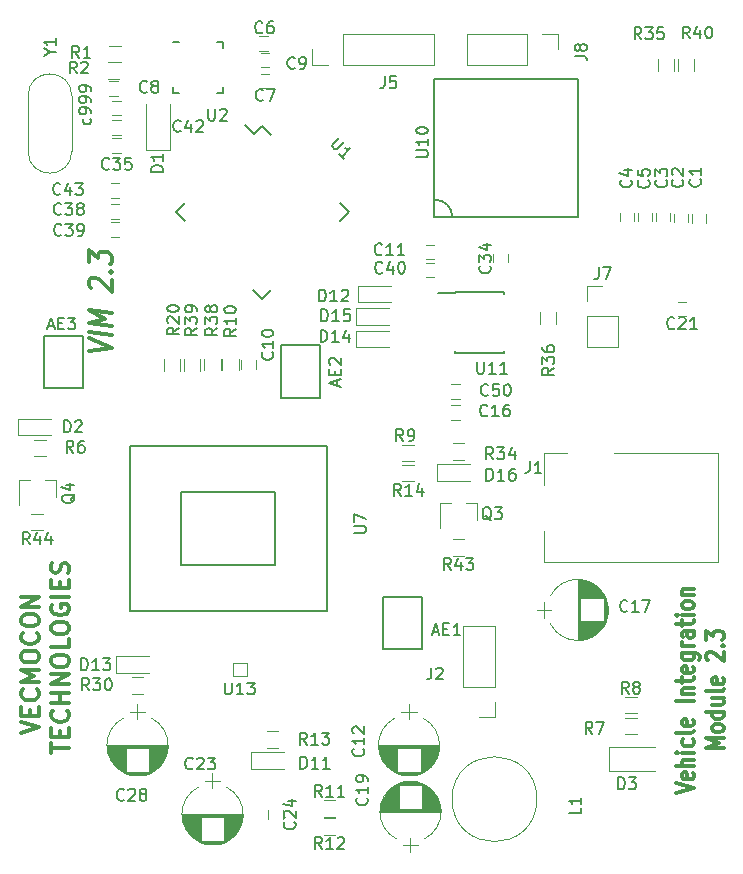
<source format=gbr>
G04 #@! TF.FileFunction,Legend,Top*
%FSLAX46Y46*%
G04 Gerber Fmt 4.6, Leading zero omitted, Abs format (unit mm)*
G04 Created by KiCad (PCBNEW 4.0.5) date 04/12/18 12:11:43*
%MOMM*%
%LPD*%
G01*
G04 APERTURE LIST*
%ADD10C,0.100000*%
%ADD11C,0.300000*%
%ADD12C,0.150000*%
%ADD13C,0.120000*%
G04 APERTURE END LIST*
D10*
D11*
X144446762Y-89270953D02*
X146446762Y-88987620D01*
X144446762Y-88204286D01*
X146446762Y-87920953D02*
X144446762Y-87670953D01*
X146446762Y-87159048D02*
X144446762Y-86909048D01*
X145875333Y-86554286D01*
X144446762Y-85842381D01*
X146446762Y-86092381D01*
X144637238Y-83961429D02*
X144542000Y-83873334D01*
X144446762Y-83709048D01*
X144446762Y-83328095D01*
X144542000Y-83187619D01*
X144637238Y-83123334D01*
X144827714Y-83070952D01*
X145018190Y-83094762D01*
X145303905Y-83206667D01*
X146446762Y-84263810D01*
X146446762Y-83273333D01*
X146256286Y-82563810D02*
X146351524Y-82499523D01*
X146446762Y-82587619D01*
X146351524Y-82651904D01*
X146256286Y-82563810D01*
X146446762Y-82587619D01*
X144446762Y-81728095D02*
X144446762Y-80737618D01*
X145208667Y-81366190D01*
X145208667Y-81137618D01*
X145303905Y-80997142D01*
X145399143Y-80932857D01*
X145589619Y-80880475D01*
X146065810Y-80939999D01*
X146256286Y-81040000D01*
X146351524Y-81128094D01*
X146446762Y-81292380D01*
X146446762Y-81749523D01*
X146351524Y-81889999D01*
X146256286Y-81954286D01*
X194182071Y-126733000D02*
X195682071Y-126316334D01*
X194182071Y-125899667D01*
X195610643Y-125006809D02*
X195682071Y-125125857D01*
X195682071Y-125363952D01*
X195610643Y-125483000D01*
X195467786Y-125542524D01*
X194896357Y-125542524D01*
X194753500Y-125483000D01*
X194682071Y-125363952D01*
X194682071Y-125125857D01*
X194753500Y-125006809D01*
X194896357Y-124947286D01*
X195039214Y-124947286D01*
X195182071Y-125542524D01*
X195682071Y-124411571D02*
X194182071Y-124411571D01*
X195682071Y-123875857D02*
X194896357Y-123875857D01*
X194753500Y-123935380D01*
X194682071Y-124054428D01*
X194682071Y-124233000D01*
X194753500Y-124352047D01*
X194824929Y-124411571D01*
X195682071Y-123280619D02*
X194682071Y-123280619D01*
X194182071Y-123280619D02*
X194253500Y-123340143D01*
X194324929Y-123280619D01*
X194253500Y-123221095D01*
X194182071Y-123280619D01*
X194324929Y-123280619D01*
X195610643Y-122149667D02*
X195682071Y-122268714D01*
X195682071Y-122506810D01*
X195610643Y-122625857D01*
X195539214Y-122685381D01*
X195396357Y-122744905D01*
X194967786Y-122744905D01*
X194824929Y-122685381D01*
X194753500Y-122625857D01*
X194682071Y-122506810D01*
X194682071Y-122268714D01*
X194753500Y-122149667D01*
X195682071Y-121435381D02*
X195610643Y-121554428D01*
X195467786Y-121613952D01*
X194182071Y-121613952D01*
X195610643Y-120482999D02*
X195682071Y-120602047D01*
X195682071Y-120840142D01*
X195610643Y-120959190D01*
X195467786Y-121018714D01*
X194896357Y-121018714D01*
X194753500Y-120959190D01*
X194682071Y-120840142D01*
X194682071Y-120602047D01*
X194753500Y-120482999D01*
X194896357Y-120423476D01*
X195039214Y-120423476D01*
X195182071Y-121018714D01*
X195682071Y-118935380D02*
X194182071Y-118935380D01*
X194682071Y-118340142D02*
X195682071Y-118340142D01*
X194824929Y-118340142D02*
X194753500Y-118280618D01*
X194682071Y-118161571D01*
X194682071Y-117982999D01*
X194753500Y-117863951D01*
X194896357Y-117804428D01*
X195682071Y-117804428D01*
X194682071Y-117387761D02*
X194682071Y-116911571D01*
X194182071Y-117209190D02*
X195467786Y-117209190D01*
X195610643Y-117149666D01*
X195682071Y-117030619D01*
X195682071Y-116911571D01*
X195610643Y-116018713D02*
X195682071Y-116137761D01*
X195682071Y-116375856D01*
X195610643Y-116494904D01*
X195467786Y-116554428D01*
X194896357Y-116554428D01*
X194753500Y-116494904D01*
X194682071Y-116375856D01*
X194682071Y-116137761D01*
X194753500Y-116018713D01*
X194896357Y-115959190D01*
X195039214Y-115959190D01*
X195182071Y-116554428D01*
X194682071Y-114887761D02*
X195896357Y-114887761D01*
X196039214Y-114947284D01*
X196110643Y-115006808D01*
X196182071Y-115125856D01*
X196182071Y-115304427D01*
X196110643Y-115423475D01*
X195610643Y-114887761D02*
X195682071Y-115006808D01*
X195682071Y-115244904D01*
X195610643Y-115363951D01*
X195539214Y-115423475D01*
X195396357Y-115482999D01*
X194967786Y-115482999D01*
X194824929Y-115423475D01*
X194753500Y-115363951D01*
X194682071Y-115244904D01*
X194682071Y-115006808D01*
X194753500Y-114887761D01*
X195682071Y-114292523D02*
X194682071Y-114292523D01*
X194967786Y-114292523D02*
X194824929Y-114232999D01*
X194753500Y-114173475D01*
X194682071Y-114054428D01*
X194682071Y-113935380D01*
X195682071Y-112982999D02*
X194896357Y-112982999D01*
X194753500Y-113042522D01*
X194682071Y-113161570D01*
X194682071Y-113399665D01*
X194753500Y-113518713D01*
X195610643Y-112982999D02*
X195682071Y-113102046D01*
X195682071Y-113399665D01*
X195610643Y-113518713D01*
X195467786Y-113578237D01*
X195324929Y-113578237D01*
X195182071Y-113518713D01*
X195110643Y-113399665D01*
X195110643Y-113102046D01*
X195039214Y-112982999D01*
X194682071Y-112566332D02*
X194682071Y-112090142D01*
X194182071Y-112387761D02*
X195467786Y-112387761D01*
X195610643Y-112328237D01*
X195682071Y-112209190D01*
X195682071Y-112090142D01*
X195682071Y-111673475D02*
X194682071Y-111673475D01*
X194182071Y-111673475D02*
X194253500Y-111732999D01*
X194324929Y-111673475D01*
X194253500Y-111613951D01*
X194182071Y-111673475D01*
X194324929Y-111673475D01*
X195682071Y-110899666D02*
X195610643Y-111018713D01*
X195539214Y-111078237D01*
X195396357Y-111137761D01*
X194967786Y-111137761D01*
X194824929Y-111078237D01*
X194753500Y-111018713D01*
X194682071Y-110899666D01*
X194682071Y-110721094D01*
X194753500Y-110602046D01*
X194824929Y-110542523D01*
X194967786Y-110482999D01*
X195396357Y-110482999D01*
X195539214Y-110542523D01*
X195610643Y-110602046D01*
X195682071Y-110721094D01*
X195682071Y-110899666D01*
X194682071Y-109947285D02*
X195682071Y-109947285D01*
X194824929Y-109947285D02*
X194753500Y-109887761D01*
X194682071Y-109768714D01*
X194682071Y-109590142D01*
X194753500Y-109471094D01*
X194896357Y-109411571D01*
X195682071Y-109411571D01*
X198232071Y-122923475D02*
X196732071Y-122923475D01*
X197803500Y-122506808D01*
X196732071Y-122090142D01*
X198232071Y-122090142D01*
X198232071Y-121316333D02*
X198160643Y-121435380D01*
X198089214Y-121494904D01*
X197946357Y-121554428D01*
X197517786Y-121554428D01*
X197374929Y-121494904D01*
X197303500Y-121435380D01*
X197232071Y-121316333D01*
X197232071Y-121137761D01*
X197303500Y-121018713D01*
X197374929Y-120959190D01*
X197517786Y-120899666D01*
X197946357Y-120899666D01*
X198089214Y-120959190D01*
X198160643Y-121018713D01*
X198232071Y-121137761D01*
X198232071Y-121316333D01*
X198232071Y-119828238D02*
X196732071Y-119828238D01*
X198160643Y-119828238D02*
X198232071Y-119947285D01*
X198232071Y-120185381D01*
X198160643Y-120304428D01*
X198089214Y-120363952D01*
X197946357Y-120423476D01*
X197517786Y-120423476D01*
X197374929Y-120363952D01*
X197303500Y-120304428D01*
X197232071Y-120185381D01*
X197232071Y-119947285D01*
X197303500Y-119828238D01*
X197232071Y-118697286D02*
X198232071Y-118697286D01*
X197232071Y-119233000D02*
X198017786Y-119233000D01*
X198160643Y-119173476D01*
X198232071Y-119054429D01*
X198232071Y-118875857D01*
X198160643Y-118756809D01*
X198089214Y-118697286D01*
X198232071Y-117923477D02*
X198160643Y-118042524D01*
X198017786Y-118102048D01*
X196732071Y-118102048D01*
X198160643Y-116971095D02*
X198232071Y-117090143D01*
X198232071Y-117328238D01*
X198160643Y-117447286D01*
X198017786Y-117506810D01*
X197446357Y-117506810D01*
X197303500Y-117447286D01*
X197232071Y-117328238D01*
X197232071Y-117090143D01*
X197303500Y-116971095D01*
X197446357Y-116911572D01*
X197589214Y-116911572D01*
X197732071Y-117506810D01*
X196874929Y-115483000D02*
X196803500Y-115423476D01*
X196732071Y-115304428D01*
X196732071Y-115006809D01*
X196803500Y-114887762D01*
X196874929Y-114828238D01*
X197017786Y-114768714D01*
X197160643Y-114768714D01*
X197374929Y-114828238D01*
X198232071Y-115542524D01*
X198232071Y-114768714D01*
X198089214Y-114233000D02*
X198160643Y-114173476D01*
X198232071Y-114233000D01*
X198160643Y-114292524D01*
X198089214Y-114233000D01*
X198232071Y-114233000D01*
X196732071Y-113756810D02*
X196732071Y-112983000D01*
X197303500Y-113399667D01*
X197303500Y-113221095D01*
X197374929Y-113102048D01*
X197446357Y-113042524D01*
X197589214Y-112983000D01*
X197946357Y-112983000D01*
X198089214Y-113042524D01*
X198160643Y-113102048D01*
X198232071Y-113221095D01*
X198232071Y-113578238D01*
X198160643Y-113697286D01*
X198089214Y-113756810D01*
X138746571Y-121653286D02*
X140246571Y-121153286D01*
X138746571Y-120653286D01*
X139460857Y-120153286D02*
X139460857Y-119653286D01*
X140246571Y-119439000D02*
X140246571Y-120153286D01*
X138746571Y-120153286D01*
X138746571Y-119439000D01*
X140103714Y-117939000D02*
X140175143Y-118010429D01*
X140246571Y-118224715D01*
X140246571Y-118367572D01*
X140175143Y-118581857D01*
X140032286Y-118724715D01*
X139889429Y-118796143D01*
X139603714Y-118867572D01*
X139389429Y-118867572D01*
X139103714Y-118796143D01*
X138960857Y-118724715D01*
X138818000Y-118581857D01*
X138746571Y-118367572D01*
X138746571Y-118224715D01*
X138818000Y-118010429D01*
X138889429Y-117939000D01*
X140246571Y-117296143D02*
X138746571Y-117296143D01*
X139818000Y-116796143D01*
X138746571Y-116296143D01*
X140246571Y-116296143D01*
X138746571Y-115296143D02*
X138746571Y-115010429D01*
X138818000Y-114867571D01*
X138960857Y-114724714D01*
X139246571Y-114653286D01*
X139746571Y-114653286D01*
X140032286Y-114724714D01*
X140175143Y-114867571D01*
X140246571Y-115010429D01*
X140246571Y-115296143D01*
X140175143Y-115439000D01*
X140032286Y-115581857D01*
X139746571Y-115653286D01*
X139246571Y-115653286D01*
X138960857Y-115581857D01*
X138818000Y-115439000D01*
X138746571Y-115296143D01*
X140103714Y-113153285D02*
X140175143Y-113224714D01*
X140246571Y-113439000D01*
X140246571Y-113581857D01*
X140175143Y-113796142D01*
X140032286Y-113939000D01*
X139889429Y-114010428D01*
X139603714Y-114081857D01*
X139389429Y-114081857D01*
X139103714Y-114010428D01*
X138960857Y-113939000D01*
X138818000Y-113796142D01*
X138746571Y-113581857D01*
X138746571Y-113439000D01*
X138818000Y-113224714D01*
X138889429Y-113153285D01*
X138746571Y-112224714D02*
X138746571Y-111939000D01*
X138818000Y-111796142D01*
X138960857Y-111653285D01*
X139246571Y-111581857D01*
X139746571Y-111581857D01*
X140032286Y-111653285D01*
X140175143Y-111796142D01*
X140246571Y-111939000D01*
X140246571Y-112224714D01*
X140175143Y-112367571D01*
X140032286Y-112510428D01*
X139746571Y-112581857D01*
X139246571Y-112581857D01*
X138960857Y-112510428D01*
X138818000Y-112367571D01*
X138746571Y-112224714D01*
X140246571Y-110938999D02*
X138746571Y-110938999D01*
X140246571Y-110081856D01*
X138746571Y-110081856D01*
X141296571Y-123296144D02*
X141296571Y-122439001D01*
X142796571Y-122867572D02*
X141296571Y-122867572D01*
X142010857Y-121939001D02*
X142010857Y-121439001D01*
X142796571Y-121224715D02*
X142796571Y-121939001D01*
X141296571Y-121939001D01*
X141296571Y-121224715D01*
X142653714Y-119724715D02*
X142725143Y-119796144D01*
X142796571Y-120010430D01*
X142796571Y-120153287D01*
X142725143Y-120367572D01*
X142582286Y-120510430D01*
X142439429Y-120581858D01*
X142153714Y-120653287D01*
X141939429Y-120653287D01*
X141653714Y-120581858D01*
X141510857Y-120510430D01*
X141368000Y-120367572D01*
X141296571Y-120153287D01*
X141296571Y-120010430D01*
X141368000Y-119796144D01*
X141439429Y-119724715D01*
X142796571Y-119081858D02*
X141296571Y-119081858D01*
X142010857Y-119081858D02*
X142010857Y-118224715D01*
X142796571Y-118224715D02*
X141296571Y-118224715D01*
X142796571Y-117510429D02*
X141296571Y-117510429D01*
X142796571Y-116653286D01*
X141296571Y-116653286D01*
X141296571Y-115653286D02*
X141296571Y-115367572D01*
X141368000Y-115224714D01*
X141510857Y-115081857D01*
X141796571Y-115010429D01*
X142296571Y-115010429D01*
X142582286Y-115081857D01*
X142725143Y-115224714D01*
X142796571Y-115367572D01*
X142796571Y-115653286D01*
X142725143Y-115796143D01*
X142582286Y-115939000D01*
X142296571Y-116010429D01*
X141796571Y-116010429D01*
X141510857Y-115939000D01*
X141368000Y-115796143D01*
X141296571Y-115653286D01*
X142796571Y-113653285D02*
X142796571Y-114367571D01*
X141296571Y-114367571D01*
X141296571Y-112867571D02*
X141296571Y-112581857D01*
X141368000Y-112438999D01*
X141510857Y-112296142D01*
X141796571Y-112224714D01*
X142296571Y-112224714D01*
X142582286Y-112296142D01*
X142725143Y-112438999D01*
X142796571Y-112581857D01*
X142796571Y-112867571D01*
X142725143Y-113010428D01*
X142582286Y-113153285D01*
X142296571Y-113224714D01*
X141796571Y-113224714D01*
X141510857Y-113153285D01*
X141368000Y-113010428D01*
X141296571Y-112867571D01*
X141368000Y-110796142D02*
X141296571Y-110938999D01*
X141296571Y-111153285D01*
X141368000Y-111367570D01*
X141510857Y-111510428D01*
X141653714Y-111581856D01*
X141939429Y-111653285D01*
X142153714Y-111653285D01*
X142439429Y-111581856D01*
X142582286Y-111510428D01*
X142725143Y-111367570D01*
X142796571Y-111153285D01*
X142796571Y-111010428D01*
X142725143Y-110796142D01*
X142653714Y-110724713D01*
X142153714Y-110724713D01*
X142153714Y-111010428D01*
X142796571Y-110081856D02*
X141296571Y-110081856D01*
X142010857Y-109367570D02*
X142010857Y-108867570D01*
X142796571Y-108653284D02*
X142796571Y-109367570D01*
X141296571Y-109367570D01*
X141296571Y-108653284D01*
X142725143Y-108081856D02*
X142796571Y-107867570D01*
X142796571Y-107510427D01*
X142725143Y-107367570D01*
X142653714Y-107296141D01*
X142510857Y-107224713D01*
X142368000Y-107224713D01*
X142225143Y-107296141D01*
X142153714Y-107367570D01*
X142082286Y-107510427D01*
X142010857Y-107796141D01*
X141939429Y-107938999D01*
X141868000Y-108010427D01*
X141725143Y-108081856D01*
X141582286Y-108081856D01*
X141439429Y-108010427D01*
X141368000Y-107938999D01*
X141296571Y-107796141D01*
X141296571Y-107438999D01*
X141368000Y-107224713D01*
D12*
X152850400Y-107418800D02*
X152950400Y-107418800D01*
X152250400Y-107318800D02*
X152250400Y-107418800D01*
X152250400Y-107418800D02*
X152850400Y-107418800D01*
X160250400Y-107318800D02*
X160250400Y-107418800D01*
X160250400Y-107418800D02*
X153050400Y-107418800D01*
X153050400Y-107418800D02*
X152950400Y-107418800D01*
X152250400Y-101218800D02*
X160250400Y-101218800D01*
X160250400Y-101218800D02*
X160250400Y-101418800D01*
X152250400Y-101318800D02*
X152250400Y-101218800D01*
X164650400Y-97318800D02*
X164650400Y-111318800D01*
X164650400Y-111318800D02*
X147950400Y-111318800D01*
X147950400Y-97318800D02*
X164650400Y-97318800D01*
X147950400Y-111218800D02*
X147950400Y-97318800D01*
X160250400Y-107318800D02*
X160250400Y-101318800D01*
X152250400Y-101318800D02*
X152250400Y-107318800D01*
D13*
X158220000Y-123252000D02*
X158220000Y-124652000D01*
X158220000Y-124652000D02*
X161020000Y-124652000D01*
X158220000Y-123252000D02*
X161020000Y-123252000D01*
X146790000Y-115124000D02*
X146790000Y-116524000D01*
X146790000Y-116524000D02*
X149590000Y-116524000D01*
X146790000Y-115124000D02*
X149590000Y-115124000D01*
X138509600Y-95007200D02*
X138509600Y-96407200D01*
X138509600Y-96407200D02*
X141309600Y-96407200D01*
X138509600Y-95007200D02*
X141309600Y-95007200D01*
X188946800Y-97914400D02*
X197746800Y-97914400D01*
X197746800Y-97914400D02*
X197746800Y-107114400D01*
X183046800Y-100614400D02*
X183046800Y-97914400D01*
X183046800Y-97914400D02*
X184946800Y-97914400D01*
X197746800Y-107114400D02*
X183046800Y-107114400D01*
X183046800Y-107114400D02*
X183046800Y-104514400D01*
X167237000Y-83755000D02*
X167237000Y-85155000D01*
X167237000Y-85155000D02*
X170037000Y-85155000D01*
X167237000Y-83755000D02*
X170037000Y-83755000D01*
X167110000Y-87565000D02*
X167110000Y-88965000D01*
X167110000Y-88965000D02*
X169910000Y-88965000D01*
X167110000Y-87565000D02*
X169910000Y-87565000D01*
X167110000Y-85660000D02*
X167110000Y-87060000D01*
X167110000Y-87060000D02*
X169910000Y-87060000D01*
X167110000Y-85660000D02*
X169910000Y-85660000D01*
X173968000Y-98868000D02*
X173968000Y-100268000D01*
X173968000Y-100268000D02*
X176768000Y-100268000D01*
X173968000Y-98868000D02*
X176768000Y-98868000D01*
X177348000Y-102110000D02*
X176418000Y-102110000D01*
X174188000Y-102110000D02*
X175118000Y-102110000D01*
X174188000Y-102110000D02*
X174188000Y-104270000D01*
X177348000Y-102110000D02*
X177348000Y-103570000D01*
X141686400Y-100179600D02*
X140756400Y-100179600D01*
X138526400Y-100179600D02*
X139456400Y-100179600D01*
X138526400Y-100179600D02*
X138526400Y-102339600D01*
X141686400Y-100179600D02*
X141686400Y-101639600D01*
X156119723Y-130809722D02*
G75*
G03X156120000Y-126198420I-1179723J2305722D01*
G01*
X153760277Y-130809722D02*
G75*
G02X153760000Y-126198420I1179723J2305722D01*
G01*
X153760277Y-130809722D02*
G75*
G03X156120000Y-130809580I1179723J2305722D01*
G01*
X157490000Y-128504000D02*
X152390000Y-128504000D01*
X157490000Y-128544000D02*
X152390000Y-128544000D01*
X157489000Y-128584000D02*
X152391000Y-128584000D01*
X157488000Y-128624000D02*
X152392000Y-128624000D01*
X157486000Y-128664000D02*
X152394000Y-128664000D01*
X157483000Y-128704000D02*
X152397000Y-128704000D01*
X157479000Y-128744000D02*
X152401000Y-128744000D01*
X157475000Y-128784000D02*
X155920000Y-128784000D01*
X153960000Y-128784000D02*
X152405000Y-128784000D01*
X157471000Y-128824000D02*
X155920000Y-128824000D01*
X153960000Y-128824000D02*
X152409000Y-128824000D01*
X157465000Y-128864000D02*
X155920000Y-128864000D01*
X153960000Y-128864000D02*
X152415000Y-128864000D01*
X157459000Y-128904000D02*
X155920000Y-128904000D01*
X153960000Y-128904000D02*
X152421000Y-128904000D01*
X157453000Y-128944000D02*
X155920000Y-128944000D01*
X153960000Y-128944000D02*
X152427000Y-128944000D01*
X157446000Y-128984000D02*
X155920000Y-128984000D01*
X153960000Y-128984000D02*
X152434000Y-128984000D01*
X157438000Y-129024000D02*
X155920000Y-129024000D01*
X153960000Y-129024000D02*
X152442000Y-129024000D01*
X157429000Y-129064000D02*
X155920000Y-129064000D01*
X153960000Y-129064000D02*
X152451000Y-129064000D01*
X157420000Y-129104000D02*
X155920000Y-129104000D01*
X153960000Y-129104000D02*
X152460000Y-129104000D01*
X157410000Y-129144000D02*
X155920000Y-129144000D01*
X153960000Y-129144000D02*
X152470000Y-129144000D01*
X157400000Y-129184000D02*
X155920000Y-129184000D01*
X153960000Y-129184000D02*
X152480000Y-129184000D01*
X157388000Y-129225000D02*
X155920000Y-129225000D01*
X153960000Y-129225000D02*
X152492000Y-129225000D01*
X157376000Y-129265000D02*
X155920000Y-129265000D01*
X153960000Y-129265000D02*
X152504000Y-129265000D01*
X157364000Y-129305000D02*
X155920000Y-129305000D01*
X153960000Y-129305000D02*
X152516000Y-129305000D01*
X157350000Y-129345000D02*
X155920000Y-129345000D01*
X153960000Y-129345000D02*
X152530000Y-129345000D01*
X157336000Y-129385000D02*
X155920000Y-129385000D01*
X153960000Y-129385000D02*
X152544000Y-129385000D01*
X157322000Y-129425000D02*
X155920000Y-129425000D01*
X153960000Y-129425000D02*
X152558000Y-129425000D01*
X157306000Y-129465000D02*
X155920000Y-129465000D01*
X153960000Y-129465000D02*
X152574000Y-129465000D01*
X157290000Y-129505000D02*
X155920000Y-129505000D01*
X153960000Y-129505000D02*
X152590000Y-129505000D01*
X157273000Y-129545000D02*
X155920000Y-129545000D01*
X153960000Y-129545000D02*
X152607000Y-129545000D01*
X157255000Y-129585000D02*
X155920000Y-129585000D01*
X153960000Y-129585000D02*
X152625000Y-129585000D01*
X157236000Y-129625000D02*
X155920000Y-129625000D01*
X153960000Y-129625000D02*
X152644000Y-129625000D01*
X157216000Y-129665000D02*
X155920000Y-129665000D01*
X153960000Y-129665000D02*
X152664000Y-129665000D01*
X157196000Y-129705000D02*
X155920000Y-129705000D01*
X153960000Y-129705000D02*
X152684000Y-129705000D01*
X157174000Y-129745000D02*
X155920000Y-129745000D01*
X153960000Y-129745000D02*
X152706000Y-129745000D01*
X157152000Y-129785000D02*
X155920000Y-129785000D01*
X153960000Y-129785000D02*
X152728000Y-129785000D01*
X157129000Y-129825000D02*
X155920000Y-129825000D01*
X153960000Y-129825000D02*
X152751000Y-129825000D01*
X157105000Y-129865000D02*
X155920000Y-129865000D01*
X153960000Y-129865000D02*
X152775000Y-129865000D01*
X157080000Y-129905000D02*
X155920000Y-129905000D01*
X153960000Y-129905000D02*
X152800000Y-129905000D01*
X157053000Y-129945000D02*
X155920000Y-129945000D01*
X153960000Y-129945000D02*
X152827000Y-129945000D01*
X157026000Y-129985000D02*
X155920000Y-129985000D01*
X153960000Y-129985000D02*
X152854000Y-129985000D01*
X156998000Y-130025000D02*
X155920000Y-130025000D01*
X153960000Y-130025000D02*
X152882000Y-130025000D01*
X156968000Y-130065000D02*
X155920000Y-130065000D01*
X153960000Y-130065000D02*
X152912000Y-130065000D01*
X156937000Y-130105000D02*
X155920000Y-130105000D01*
X153960000Y-130105000D02*
X152943000Y-130105000D01*
X156905000Y-130145000D02*
X155920000Y-130145000D01*
X153960000Y-130145000D02*
X152975000Y-130145000D01*
X156872000Y-130185000D02*
X155920000Y-130185000D01*
X153960000Y-130185000D02*
X153008000Y-130185000D01*
X156837000Y-130225000D02*
X155920000Y-130225000D01*
X153960000Y-130225000D02*
X153043000Y-130225000D01*
X156801000Y-130265000D02*
X155920000Y-130265000D01*
X153960000Y-130265000D02*
X153079000Y-130265000D01*
X156763000Y-130305000D02*
X155920000Y-130305000D01*
X153960000Y-130305000D02*
X153117000Y-130305000D01*
X156723000Y-130345000D02*
X155920000Y-130345000D01*
X153960000Y-130345000D02*
X153157000Y-130345000D01*
X156682000Y-130385000D02*
X155920000Y-130385000D01*
X153960000Y-130385000D02*
X153198000Y-130385000D01*
X156639000Y-130425000D02*
X155920000Y-130425000D01*
X153960000Y-130425000D02*
X153241000Y-130425000D01*
X156594000Y-130465000D02*
X155920000Y-130465000D01*
X153960000Y-130465000D02*
X153286000Y-130465000D01*
X156546000Y-130505000D02*
X155920000Y-130505000D01*
X153960000Y-130505000D02*
X153334000Y-130505000D01*
X156496000Y-130545000D02*
X155920000Y-130545000D01*
X153960000Y-130545000D02*
X153384000Y-130545000D01*
X156444000Y-130585000D02*
X155920000Y-130585000D01*
X153960000Y-130585000D02*
X153436000Y-130585000D01*
X156388000Y-130625000D02*
X155920000Y-130625000D01*
X153960000Y-130625000D02*
X153492000Y-130625000D01*
X156330000Y-130665000D02*
X155920000Y-130665000D01*
X153960000Y-130665000D02*
X153550000Y-130665000D01*
X156267000Y-130705000D02*
X155920000Y-130705000D01*
X153960000Y-130705000D02*
X153613000Y-130705000D01*
X156201000Y-130745000D02*
X153679000Y-130745000D01*
X156129000Y-130785000D02*
X153751000Y-130785000D01*
X156052000Y-130825000D02*
X153828000Y-130825000D01*
X155968000Y-130865000D02*
X153912000Y-130865000D01*
X155874000Y-130905000D02*
X154006000Y-130905000D01*
X155769000Y-130945000D02*
X154111000Y-130945000D01*
X155647000Y-130985000D02*
X154233000Y-130985000D01*
X155499000Y-131025000D02*
X154381000Y-131025000D01*
X155294000Y-131065000D02*
X154586000Y-131065000D01*
X154940000Y-125054000D02*
X154940000Y-126254000D01*
X155590000Y-125654000D02*
X154290000Y-125654000D01*
X172756723Y-124967722D02*
G75*
G03X172757000Y-120356420I-1179723J2305722D01*
G01*
X170397277Y-124967722D02*
G75*
G02X170397000Y-120356420I1179723J2305722D01*
G01*
X170397277Y-124967722D02*
G75*
G03X172757000Y-124967580I1179723J2305722D01*
G01*
X174127000Y-122662000D02*
X169027000Y-122662000D01*
X174127000Y-122702000D02*
X169027000Y-122702000D01*
X174126000Y-122742000D02*
X169028000Y-122742000D01*
X174125000Y-122782000D02*
X169029000Y-122782000D01*
X174123000Y-122822000D02*
X169031000Y-122822000D01*
X174120000Y-122862000D02*
X169034000Y-122862000D01*
X174116000Y-122902000D02*
X169038000Y-122902000D01*
X174112000Y-122942000D02*
X172557000Y-122942000D01*
X170597000Y-122942000D02*
X169042000Y-122942000D01*
X174108000Y-122982000D02*
X172557000Y-122982000D01*
X170597000Y-122982000D02*
X169046000Y-122982000D01*
X174102000Y-123022000D02*
X172557000Y-123022000D01*
X170597000Y-123022000D02*
X169052000Y-123022000D01*
X174096000Y-123062000D02*
X172557000Y-123062000D01*
X170597000Y-123062000D02*
X169058000Y-123062000D01*
X174090000Y-123102000D02*
X172557000Y-123102000D01*
X170597000Y-123102000D02*
X169064000Y-123102000D01*
X174083000Y-123142000D02*
X172557000Y-123142000D01*
X170597000Y-123142000D02*
X169071000Y-123142000D01*
X174075000Y-123182000D02*
X172557000Y-123182000D01*
X170597000Y-123182000D02*
X169079000Y-123182000D01*
X174066000Y-123222000D02*
X172557000Y-123222000D01*
X170597000Y-123222000D02*
X169088000Y-123222000D01*
X174057000Y-123262000D02*
X172557000Y-123262000D01*
X170597000Y-123262000D02*
X169097000Y-123262000D01*
X174047000Y-123302000D02*
X172557000Y-123302000D01*
X170597000Y-123302000D02*
X169107000Y-123302000D01*
X174037000Y-123342000D02*
X172557000Y-123342000D01*
X170597000Y-123342000D02*
X169117000Y-123342000D01*
X174025000Y-123383000D02*
X172557000Y-123383000D01*
X170597000Y-123383000D02*
X169129000Y-123383000D01*
X174013000Y-123423000D02*
X172557000Y-123423000D01*
X170597000Y-123423000D02*
X169141000Y-123423000D01*
X174001000Y-123463000D02*
X172557000Y-123463000D01*
X170597000Y-123463000D02*
X169153000Y-123463000D01*
X173987000Y-123503000D02*
X172557000Y-123503000D01*
X170597000Y-123503000D02*
X169167000Y-123503000D01*
X173973000Y-123543000D02*
X172557000Y-123543000D01*
X170597000Y-123543000D02*
X169181000Y-123543000D01*
X173959000Y-123583000D02*
X172557000Y-123583000D01*
X170597000Y-123583000D02*
X169195000Y-123583000D01*
X173943000Y-123623000D02*
X172557000Y-123623000D01*
X170597000Y-123623000D02*
X169211000Y-123623000D01*
X173927000Y-123663000D02*
X172557000Y-123663000D01*
X170597000Y-123663000D02*
X169227000Y-123663000D01*
X173910000Y-123703000D02*
X172557000Y-123703000D01*
X170597000Y-123703000D02*
X169244000Y-123703000D01*
X173892000Y-123743000D02*
X172557000Y-123743000D01*
X170597000Y-123743000D02*
X169262000Y-123743000D01*
X173873000Y-123783000D02*
X172557000Y-123783000D01*
X170597000Y-123783000D02*
X169281000Y-123783000D01*
X173853000Y-123823000D02*
X172557000Y-123823000D01*
X170597000Y-123823000D02*
X169301000Y-123823000D01*
X173833000Y-123863000D02*
X172557000Y-123863000D01*
X170597000Y-123863000D02*
X169321000Y-123863000D01*
X173811000Y-123903000D02*
X172557000Y-123903000D01*
X170597000Y-123903000D02*
X169343000Y-123903000D01*
X173789000Y-123943000D02*
X172557000Y-123943000D01*
X170597000Y-123943000D02*
X169365000Y-123943000D01*
X173766000Y-123983000D02*
X172557000Y-123983000D01*
X170597000Y-123983000D02*
X169388000Y-123983000D01*
X173742000Y-124023000D02*
X172557000Y-124023000D01*
X170597000Y-124023000D02*
X169412000Y-124023000D01*
X173717000Y-124063000D02*
X172557000Y-124063000D01*
X170597000Y-124063000D02*
X169437000Y-124063000D01*
X173690000Y-124103000D02*
X172557000Y-124103000D01*
X170597000Y-124103000D02*
X169464000Y-124103000D01*
X173663000Y-124143000D02*
X172557000Y-124143000D01*
X170597000Y-124143000D02*
X169491000Y-124143000D01*
X173635000Y-124183000D02*
X172557000Y-124183000D01*
X170597000Y-124183000D02*
X169519000Y-124183000D01*
X173605000Y-124223000D02*
X172557000Y-124223000D01*
X170597000Y-124223000D02*
X169549000Y-124223000D01*
X173574000Y-124263000D02*
X172557000Y-124263000D01*
X170597000Y-124263000D02*
X169580000Y-124263000D01*
X173542000Y-124303000D02*
X172557000Y-124303000D01*
X170597000Y-124303000D02*
X169612000Y-124303000D01*
X173509000Y-124343000D02*
X172557000Y-124343000D01*
X170597000Y-124343000D02*
X169645000Y-124343000D01*
X173474000Y-124383000D02*
X172557000Y-124383000D01*
X170597000Y-124383000D02*
X169680000Y-124383000D01*
X173438000Y-124423000D02*
X172557000Y-124423000D01*
X170597000Y-124423000D02*
X169716000Y-124423000D01*
X173400000Y-124463000D02*
X172557000Y-124463000D01*
X170597000Y-124463000D02*
X169754000Y-124463000D01*
X173360000Y-124503000D02*
X172557000Y-124503000D01*
X170597000Y-124503000D02*
X169794000Y-124503000D01*
X173319000Y-124543000D02*
X172557000Y-124543000D01*
X170597000Y-124543000D02*
X169835000Y-124543000D01*
X173276000Y-124583000D02*
X172557000Y-124583000D01*
X170597000Y-124583000D02*
X169878000Y-124583000D01*
X173231000Y-124623000D02*
X172557000Y-124623000D01*
X170597000Y-124623000D02*
X169923000Y-124623000D01*
X173183000Y-124663000D02*
X172557000Y-124663000D01*
X170597000Y-124663000D02*
X169971000Y-124663000D01*
X173133000Y-124703000D02*
X172557000Y-124703000D01*
X170597000Y-124703000D02*
X170021000Y-124703000D01*
X173081000Y-124743000D02*
X172557000Y-124743000D01*
X170597000Y-124743000D02*
X170073000Y-124743000D01*
X173025000Y-124783000D02*
X172557000Y-124783000D01*
X170597000Y-124783000D02*
X170129000Y-124783000D01*
X172967000Y-124823000D02*
X172557000Y-124823000D01*
X170597000Y-124823000D02*
X170187000Y-124823000D01*
X172904000Y-124863000D02*
X172557000Y-124863000D01*
X170597000Y-124863000D02*
X170250000Y-124863000D01*
X172838000Y-124903000D02*
X170316000Y-124903000D01*
X172766000Y-124943000D02*
X170388000Y-124943000D01*
X172689000Y-124983000D02*
X170465000Y-124983000D01*
X172605000Y-125023000D02*
X170549000Y-125023000D01*
X172511000Y-125063000D02*
X170643000Y-125063000D01*
X172406000Y-125103000D02*
X170748000Y-125103000D01*
X172284000Y-125143000D02*
X170870000Y-125143000D01*
X172136000Y-125183000D02*
X171018000Y-125183000D01*
X171931000Y-125223000D02*
X171223000Y-125223000D01*
X171577000Y-119212000D02*
X171577000Y-120412000D01*
X172227000Y-119812000D02*
X170927000Y-119812000D01*
D12*
X155870800Y-63128000D02*
X155870800Y-63653000D01*
X151570800Y-67428000D02*
X151570800Y-66903000D01*
X155870800Y-67428000D02*
X155870800Y-66903000D01*
X151570800Y-63128000D02*
X152095800Y-63128000D01*
X151570800Y-67428000D02*
X152095800Y-67428000D01*
X155870800Y-67428000D02*
X155345800Y-67428000D01*
X155870800Y-63128000D02*
X155345800Y-63128000D01*
D13*
X149769723Y-124967722D02*
G75*
G03X149770000Y-120356420I-1179723J2305722D01*
G01*
X147410277Y-124967722D02*
G75*
G02X147410000Y-120356420I1179723J2305722D01*
G01*
X147410277Y-124967722D02*
G75*
G03X149770000Y-124967580I1179723J2305722D01*
G01*
X151140000Y-122662000D02*
X146040000Y-122662000D01*
X151140000Y-122702000D02*
X146040000Y-122702000D01*
X151139000Y-122742000D02*
X146041000Y-122742000D01*
X151138000Y-122782000D02*
X146042000Y-122782000D01*
X151136000Y-122822000D02*
X146044000Y-122822000D01*
X151133000Y-122862000D02*
X146047000Y-122862000D01*
X151129000Y-122902000D02*
X146051000Y-122902000D01*
X151125000Y-122942000D02*
X149570000Y-122942000D01*
X147610000Y-122942000D02*
X146055000Y-122942000D01*
X151121000Y-122982000D02*
X149570000Y-122982000D01*
X147610000Y-122982000D02*
X146059000Y-122982000D01*
X151115000Y-123022000D02*
X149570000Y-123022000D01*
X147610000Y-123022000D02*
X146065000Y-123022000D01*
X151109000Y-123062000D02*
X149570000Y-123062000D01*
X147610000Y-123062000D02*
X146071000Y-123062000D01*
X151103000Y-123102000D02*
X149570000Y-123102000D01*
X147610000Y-123102000D02*
X146077000Y-123102000D01*
X151096000Y-123142000D02*
X149570000Y-123142000D01*
X147610000Y-123142000D02*
X146084000Y-123142000D01*
X151088000Y-123182000D02*
X149570000Y-123182000D01*
X147610000Y-123182000D02*
X146092000Y-123182000D01*
X151079000Y-123222000D02*
X149570000Y-123222000D01*
X147610000Y-123222000D02*
X146101000Y-123222000D01*
X151070000Y-123262000D02*
X149570000Y-123262000D01*
X147610000Y-123262000D02*
X146110000Y-123262000D01*
X151060000Y-123302000D02*
X149570000Y-123302000D01*
X147610000Y-123302000D02*
X146120000Y-123302000D01*
X151050000Y-123342000D02*
X149570000Y-123342000D01*
X147610000Y-123342000D02*
X146130000Y-123342000D01*
X151038000Y-123383000D02*
X149570000Y-123383000D01*
X147610000Y-123383000D02*
X146142000Y-123383000D01*
X151026000Y-123423000D02*
X149570000Y-123423000D01*
X147610000Y-123423000D02*
X146154000Y-123423000D01*
X151014000Y-123463000D02*
X149570000Y-123463000D01*
X147610000Y-123463000D02*
X146166000Y-123463000D01*
X151000000Y-123503000D02*
X149570000Y-123503000D01*
X147610000Y-123503000D02*
X146180000Y-123503000D01*
X150986000Y-123543000D02*
X149570000Y-123543000D01*
X147610000Y-123543000D02*
X146194000Y-123543000D01*
X150972000Y-123583000D02*
X149570000Y-123583000D01*
X147610000Y-123583000D02*
X146208000Y-123583000D01*
X150956000Y-123623000D02*
X149570000Y-123623000D01*
X147610000Y-123623000D02*
X146224000Y-123623000D01*
X150940000Y-123663000D02*
X149570000Y-123663000D01*
X147610000Y-123663000D02*
X146240000Y-123663000D01*
X150923000Y-123703000D02*
X149570000Y-123703000D01*
X147610000Y-123703000D02*
X146257000Y-123703000D01*
X150905000Y-123743000D02*
X149570000Y-123743000D01*
X147610000Y-123743000D02*
X146275000Y-123743000D01*
X150886000Y-123783000D02*
X149570000Y-123783000D01*
X147610000Y-123783000D02*
X146294000Y-123783000D01*
X150866000Y-123823000D02*
X149570000Y-123823000D01*
X147610000Y-123823000D02*
X146314000Y-123823000D01*
X150846000Y-123863000D02*
X149570000Y-123863000D01*
X147610000Y-123863000D02*
X146334000Y-123863000D01*
X150824000Y-123903000D02*
X149570000Y-123903000D01*
X147610000Y-123903000D02*
X146356000Y-123903000D01*
X150802000Y-123943000D02*
X149570000Y-123943000D01*
X147610000Y-123943000D02*
X146378000Y-123943000D01*
X150779000Y-123983000D02*
X149570000Y-123983000D01*
X147610000Y-123983000D02*
X146401000Y-123983000D01*
X150755000Y-124023000D02*
X149570000Y-124023000D01*
X147610000Y-124023000D02*
X146425000Y-124023000D01*
X150730000Y-124063000D02*
X149570000Y-124063000D01*
X147610000Y-124063000D02*
X146450000Y-124063000D01*
X150703000Y-124103000D02*
X149570000Y-124103000D01*
X147610000Y-124103000D02*
X146477000Y-124103000D01*
X150676000Y-124143000D02*
X149570000Y-124143000D01*
X147610000Y-124143000D02*
X146504000Y-124143000D01*
X150648000Y-124183000D02*
X149570000Y-124183000D01*
X147610000Y-124183000D02*
X146532000Y-124183000D01*
X150618000Y-124223000D02*
X149570000Y-124223000D01*
X147610000Y-124223000D02*
X146562000Y-124223000D01*
X150587000Y-124263000D02*
X149570000Y-124263000D01*
X147610000Y-124263000D02*
X146593000Y-124263000D01*
X150555000Y-124303000D02*
X149570000Y-124303000D01*
X147610000Y-124303000D02*
X146625000Y-124303000D01*
X150522000Y-124343000D02*
X149570000Y-124343000D01*
X147610000Y-124343000D02*
X146658000Y-124343000D01*
X150487000Y-124383000D02*
X149570000Y-124383000D01*
X147610000Y-124383000D02*
X146693000Y-124383000D01*
X150451000Y-124423000D02*
X149570000Y-124423000D01*
X147610000Y-124423000D02*
X146729000Y-124423000D01*
X150413000Y-124463000D02*
X149570000Y-124463000D01*
X147610000Y-124463000D02*
X146767000Y-124463000D01*
X150373000Y-124503000D02*
X149570000Y-124503000D01*
X147610000Y-124503000D02*
X146807000Y-124503000D01*
X150332000Y-124543000D02*
X149570000Y-124543000D01*
X147610000Y-124543000D02*
X146848000Y-124543000D01*
X150289000Y-124583000D02*
X149570000Y-124583000D01*
X147610000Y-124583000D02*
X146891000Y-124583000D01*
X150244000Y-124623000D02*
X149570000Y-124623000D01*
X147610000Y-124623000D02*
X146936000Y-124623000D01*
X150196000Y-124663000D02*
X149570000Y-124663000D01*
X147610000Y-124663000D02*
X146984000Y-124663000D01*
X150146000Y-124703000D02*
X149570000Y-124703000D01*
X147610000Y-124703000D02*
X147034000Y-124703000D01*
X150094000Y-124743000D02*
X149570000Y-124743000D01*
X147610000Y-124743000D02*
X147086000Y-124743000D01*
X150038000Y-124783000D02*
X149570000Y-124783000D01*
X147610000Y-124783000D02*
X147142000Y-124783000D01*
X149980000Y-124823000D02*
X149570000Y-124823000D01*
X147610000Y-124823000D02*
X147200000Y-124823000D01*
X149917000Y-124863000D02*
X149570000Y-124863000D01*
X147610000Y-124863000D02*
X147263000Y-124863000D01*
X149851000Y-124903000D02*
X147329000Y-124903000D01*
X149779000Y-124943000D02*
X147401000Y-124943000D01*
X149702000Y-124983000D02*
X147478000Y-124983000D01*
X149618000Y-125023000D02*
X147562000Y-125023000D01*
X149524000Y-125063000D02*
X147656000Y-125063000D01*
X149419000Y-125103000D02*
X147761000Y-125103000D01*
X149297000Y-125143000D02*
X147883000Y-125143000D01*
X149149000Y-125183000D02*
X148031000Y-125183000D01*
X148944000Y-125223000D02*
X148236000Y-125223000D01*
X148590000Y-119212000D02*
X148590000Y-120412000D01*
X149240000Y-119812000D02*
X147940000Y-119812000D01*
X173669000Y-65084000D02*
X173669000Y-62424000D01*
X165989000Y-65084000D02*
X173669000Y-65084000D01*
X165989000Y-62424000D02*
X173669000Y-62424000D01*
X165989000Y-65084000D02*
X165989000Y-62424000D01*
X164719000Y-65084000D02*
X163389000Y-65084000D01*
X163389000Y-65084000D02*
X163389000Y-63754000D01*
X186630000Y-88960000D02*
X189290000Y-88960000D01*
X186630000Y-86360000D02*
X186630000Y-88960000D01*
X189290000Y-86360000D02*
X189290000Y-88960000D01*
X186630000Y-86360000D02*
X189290000Y-86360000D01*
X186630000Y-85090000D02*
X186630000Y-83760000D01*
X186630000Y-83760000D02*
X187960000Y-83760000D01*
D12*
X159156400Y-70202245D02*
X158449293Y-70909352D01*
X166474955Y-77520800D02*
X165714815Y-78280940D01*
X159156400Y-84839355D02*
X159916540Y-84079215D01*
X151837845Y-77520800D02*
X152597985Y-76760660D01*
X159156400Y-70202245D02*
X159916540Y-70962385D01*
X151837845Y-77520800D02*
X152597985Y-78280940D01*
X159156400Y-84839355D02*
X158396260Y-84079215D01*
X166474955Y-77520800D02*
X165714815Y-76760660D01*
X158449293Y-70909352D02*
X157724509Y-70184567D01*
D13*
X176470000Y-62424000D02*
X176470000Y-65084000D01*
X181610000Y-62424000D02*
X176470000Y-62424000D01*
X181610000Y-65084000D02*
X176470000Y-65084000D01*
X181610000Y-62424000D02*
X181610000Y-65084000D01*
X182880000Y-62424000D02*
X184210000Y-62424000D01*
X184210000Y-62424000D02*
X184210000Y-63754000D01*
X196713400Y-77704200D02*
X196713400Y-78404200D01*
X195513400Y-78404200D02*
X195513400Y-77704200D01*
X195189400Y-77653400D02*
X195189400Y-78353400D01*
X193989400Y-78353400D02*
X193989400Y-77653400D01*
X193665400Y-77602600D02*
X193665400Y-78302600D01*
X192465400Y-78302600D02*
X192465400Y-77602600D01*
X190617400Y-77602600D02*
X190617400Y-78302600D01*
X189417400Y-78302600D02*
X189417400Y-77602600D01*
X192141400Y-77602600D02*
X192141400Y-78302600D01*
X190941400Y-78302600D02*
X190941400Y-77602600D01*
X159035000Y-64017600D02*
X159735000Y-64017600D01*
X159735000Y-65217600D02*
X159035000Y-65217600D01*
X159735000Y-66995600D02*
X159035000Y-66995600D01*
X159035000Y-65795600D02*
X159735000Y-65795600D01*
X146908000Y-67656000D02*
X146208000Y-67656000D01*
X146208000Y-66456000D02*
X146908000Y-66456000D01*
X159608000Y-63846000D02*
X158908000Y-63846000D01*
X158908000Y-62646000D02*
X159608000Y-62646000D01*
X157388000Y-90774000D02*
X157388000Y-90074000D01*
X158588000Y-90074000D02*
X158588000Y-90774000D01*
X173030400Y-81797600D02*
X173730400Y-81797600D01*
X173730400Y-82997600D02*
X173030400Y-82997600D01*
X175164000Y-93888000D02*
X175864000Y-93888000D01*
X175864000Y-95088000D02*
X175164000Y-95088000D01*
X188162922Y-110021477D02*
G75*
G03X183551620Y-110021200I-2305722J-1179723D01*
G01*
X188162922Y-112380923D02*
G75*
G02X183551620Y-112381200I-2305722J1179723D01*
G01*
X188162922Y-112380923D02*
G75*
G03X188162780Y-110021200I-2305722J1179723D01*
G01*
X185857200Y-108651200D02*
X185857200Y-113751200D01*
X185897200Y-108651200D02*
X185897200Y-113751200D01*
X185937200Y-108652200D02*
X185937200Y-113750200D01*
X185977200Y-108653200D02*
X185977200Y-113749200D01*
X186017200Y-108655200D02*
X186017200Y-113747200D01*
X186057200Y-108658200D02*
X186057200Y-113744200D01*
X186097200Y-108662200D02*
X186097200Y-113740200D01*
X186137200Y-108666200D02*
X186137200Y-110221200D01*
X186137200Y-112181200D02*
X186137200Y-113736200D01*
X186177200Y-108670200D02*
X186177200Y-110221200D01*
X186177200Y-112181200D02*
X186177200Y-113732200D01*
X186217200Y-108676200D02*
X186217200Y-110221200D01*
X186217200Y-112181200D02*
X186217200Y-113726200D01*
X186257200Y-108682200D02*
X186257200Y-110221200D01*
X186257200Y-112181200D02*
X186257200Y-113720200D01*
X186297200Y-108688200D02*
X186297200Y-110221200D01*
X186297200Y-112181200D02*
X186297200Y-113714200D01*
X186337200Y-108695200D02*
X186337200Y-110221200D01*
X186337200Y-112181200D02*
X186337200Y-113707200D01*
X186377200Y-108703200D02*
X186377200Y-110221200D01*
X186377200Y-112181200D02*
X186377200Y-113699200D01*
X186417200Y-108712200D02*
X186417200Y-110221200D01*
X186417200Y-112181200D02*
X186417200Y-113690200D01*
X186457200Y-108721200D02*
X186457200Y-110221200D01*
X186457200Y-112181200D02*
X186457200Y-113681200D01*
X186497200Y-108731200D02*
X186497200Y-110221200D01*
X186497200Y-112181200D02*
X186497200Y-113671200D01*
X186537200Y-108741200D02*
X186537200Y-110221200D01*
X186537200Y-112181200D02*
X186537200Y-113661200D01*
X186578200Y-108753200D02*
X186578200Y-110221200D01*
X186578200Y-112181200D02*
X186578200Y-113649200D01*
X186618200Y-108765200D02*
X186618200Y-110221200D01*
X186618200Y-112181200D02*
X186618200Y-113637200D01*
X186658200Y-108777200D02*
X186658200Y-110221200D01*
X186658200Y-112181200D02*
X186658200Y-113625200D01*
X186698200Y-108791200D02*
X186698200Y-110221200D01*
X186698200Y-112181200D02*
X186698200Y-113611200D01*
X186738200Y-108805200D02*
X186738200Y-110221200D01*
X186738200Y-112181200D02*
X186738200Y-113597200D01*
X186778200Y-108819200D02*
X186778200Y-110221200D01*
X186778200Y-112181200D02*
X186778200Y-113583200D01*
X186818200Y-108835200D02*
X186818200Y-110221200D01*
X186818200Y-112181200D02*
X186818200Y-113567200D01*
X186858200Y-108851200D02*
X186858200Y-110221200D01*
X186858200Y-112181200D02*
X186858200Y-113551200D01*
X186898200Y-108868200D02*
X186898200Y-110221200D01*
X186898200Y-112181200D02*
X186898200Y-113534200D01*
X186938200Y-108886200D02*
X186938200Y-110221200D01*
X186938200Y-112181200D02*
X186938200Y-113516200D01*
X186978200Y-108905200D02*
X186978200Y-110221200D01*
X186978200Y-112181200D02*
X186978200Y-113497200D01*
X187018200Y-108925200D02*
X187018200Y-110221200D01*
X187018200Y-112181200D02*
X187018200Y-113477200D01*
X187058200Y-108945200D02*
X187058200Y-110221200D01*
X187058200Y-112181200D02*
X187058200Y-113457200D01*
X187098200Y-108967200D02*
X187098200Y-110221200D01*
X187098200Y-112181200D02*
X187098200Y-113435200D01*
X187138200Y-108989200D02*
X187138200Y-110221200D01*
X187138200Y-112181200D02*
X187138200Y-113413200D01*
X187178200Y-109012200D02*
X187178200Y-110221200D01*
X187178200Y-112181200D02*
X187178200Y-113390200D01*
X187218200Y-109036200D02*
X187218200Y-110221200D01*
X187218200Y-112181200D02*
X187218200Y-113366200D01*
X187258200Y-109061200D02*
X187258200Y-110221200D01*
X187258200Y-112181200D02*
X187258200Y-113341200D01*
X187298200Y-109088200D02*
X187298200Y-110221200D01*
X187298200Y-112181200D02*
X187298200Y-113314200D01*
X187338200Y-109115200D02*
X187338200Y-110221200D01*
X187338200Y-112181200D02*
X187338200Y-113287200D01*
X187378200Y-109143200D02*
X187378200Y-110221200D01*
X187378200Y-112181200D02*
X187378200Y-113259200D01*
X187418200Y-109173200D02*
X187418200Y-110221200D01*
X187418200Y-112181200D02*
X187418200Y-113229200D01*
X187458200Y-109204200D02*
X187458200Y-110221200D01*
X187458200Y-112181200D02*
X187458200Y-113198200D01*
X187498200Y-109236200D02*
X187498200Y-110221200D01*
X187498200Y-112181200D02*
X187498200Y-113166200D01*
X187538200Y-109269200D02*
X187538200Y-110221200D01*
X187538200Y-112181200D02*
X187538200Y-113133200D01*
X187578200Y-109304200D02*
X187578200Y-110221200D01*
X187578200Y-112181200D02*
X187578200Y-113098200D01*
X187618200Y-109340200D02*
X187618200Y-110221200D01*
X187618200Y-112181200D02*
X187618200Y-113062200D01*
X187658200Y-109378200D02*
X187658200Y-110221200D01*
X187658200Y-112181200D02*
X187658200Y-113024200D01*
X187698200Y-109418200D02*
X187698200Y-110221200D01*
X187698200Y-112181200D02*
X187698200Y-112984200D01*
X187738200Y-109459200D02*
X187738200Y-110221200D01*
X187738200Y-112181200D02*
X187738200Y-112943200D01*
X187778200Y-109502200D02*
X187778200Y-110221200D01*
X187778200Y-112181200D02*
X187778200Y-112900200D01*
X187818200Y-109547200D02*
X187818200Y-110221200D01*
X187818200Y-112181200D02*
X187818200Y-112855200D01*
X187858200Y-109595200D02*
X187858200Y-110221200D01*
X187858200Y-112181200D02*
X187858200Y-112807200D01*
X187898200Y-109645200D02*
X187898200Y-110221200D01*
X187898200Y-112181200D02*
X187898200Y-112757200D01*
X187938200Y-109697200D02*
X187938200Y-110221200D01*
X187938200Y-112181200D02*
X187938200Y-112705200D01*
X187978200Y-109753200D02*
X187978200Y-110221200D01*
X187978200Y-112181200D02*
X187978200Y-112649200D01*
X188018200Y-109811200D02*
X188018200Y-110221200D01*
X188018200Y-112181200D02*
X188018200Y-112591200D01*
X188058200Y-109874200D02*
X188058200Y-110221200D01*
X188058200Y-112181200D02*
X188058200Y-112528200D01*
X188098200Y-109940200D02*
X188098200Y-112462200D01*
X188138200Y-110012200D02*
X188138200Y-112390200D01*
X188178200Y-110089200D02*
X188178200Y-112313200D01*
X188218200Y-110173200D02*
X188218200Y-112229200D01*
X188258200Y-110267200D02*
X188258200Y-112135200D01*
X188298200Y-110372200D02*
X188298200Y-112030200D01*
X188338200Y-110494200D02*
X188338200Y-111908200D01*
X188378200Y-110642200D02*
X188378200Y-111760200D01*
X188418200Y-110847200D02*
X188418200Y-111555200D01*
X182407200Y-111201200D02*
X183607200Y-111201200D01*
X183007200Y-110551200D02*
X183007200Y-111851200D01*
X170524277Y-125984278D02*
G75*
G03X170524000Y-130595580I1179723J-2305722D01*
G01*
X172883723Y-125984278D02*
G75*
G02X172884000Y-130595580I-1179723J-2305722D01*
G01*
X172883723Y-125984278D02*
G75*
G03X170524000Y-125984420I-1179723J-2305722D01*
G01*
X169154000Y-128290000D02*
X174254000Y-128290000D01*
X169154000Y-128250000D02*
X174254000Y-128250000D01*
X169155000Y-128210000D02*
X174253000Y-128210000D01*
X169156000Y-128170000D02*
X174252000Y-128170000D01*
X169158000Y-128130000D02*
X174250000Y-128130000D01*
X169161000Y-128090000D02*
X174247000Y-128090000D01*
X169165000Y-128050000D02*
X174243000Y-128050000D01*
X169169000Y-128010000D02*
X170724000Y-128010000D01*
X172684000Y-128010000D02*
X174239000Y-128010000D01*
X169173000Y-127970000D02*
X170724000Y-127970000D01*
X172684000Y-127970000D02*
X174235000Y-127970000D01*
X169179000Y-127930000D02*
X170724000Y-127930000D01*
X172684000Y-127930000D02*
X174229000Y-127930000D01*
X169185000Y-127890000D02*
X170724000Y-127890000D01*
X172684000Y-127890000D02*
X174223000Y-127890000D01*
X169191000Y-127850000D02*
X170724000Y-127850000D01*
X172684000Y-127850000D02*
X174217000Y-127850000D01*
X169198000Y-127810000D02*
X170724000Y-127810000D01*
X172684000Y-127810000D02*
X174210000Y-127810000D01*
X169206000Y-127770000D02*
X170724000Y-127770000D01*
X172684000Y-127770000D02*
X174202000Y-127770000D01*
X169215000Y-127730000D02*
X170724000Y-127730000D01*
X172684000Y-127730000D02*
X174193000Y-127730000D01*
X169224000Y-127690000D02*
X170724000Y-127690000D01*
X172684000Y-127690000D02*
X174184000Y-127690000D01*
X169234000Y-127650000D02*
X170724000Y-127650000D01*
X172684000Y-127650000D02*
X174174000Y-127650000D01*
X169244000Y-127610000D02*
X170724000Y-127610000D01*
X172684000Y-127610000D02*
X174164000Y-127610000D01*
X169256000Y-127569000D02*
X170724000Y-127569000D01*
X172684000Y-127569000D02*
X174152000Y-127569000D01*
X169268000Y-127529000D02*
X170724000Y-127529000D01*
X172684000Y-127529000D02*
X174140000Y-127529000D01*
X169280000Y-127489000D02*
X170724000Y-127489000D01*
X172684000Y-127489000D02*
X174128000Y-127489000D01*
X169294000Y-127449000D02*
X170724000Y-127449000D01*
X172684000Y-127449000D02*
X174114000Y-127449000D01*
X169308000Y-127409000D02*
X170724000Y-127409000D01*
X172684000Y-127409000D02*
X174100000Y-127409000D01*
X169322000Y-127369000D02*
X170724000Y-127369000D01*
X172684000Y-127369000D02*
X174086000Y-127369000D01*
X169338000Y-127329000D02*
X170724000Y-127329000D01*
X172684000Y-127329000D02*
X174070000Y-127329000D01*
X169354000Y-127289000D02*
X170724000Y-127289000D01*
X172684000Y-127289000D02*
X174054000Y-127289000D01*
X169371000Y-127249000D02*
X170724000Y-127249000D01*
X172684000Y-127249000D02*
X174037000Y-127249000D01*
X169389000Y-127209000D02*
X170724000Y-127209000D01*
X172684000Y-127209000D02*
X174019000Y-127209000D01*
X169408000Y-127169000D02*
X170724000Y-127169000D01*
X172684000Y-127169000D02*
X174000000Y-127169000D01*
X169428000Y-127129000D02*
X170724000Y-127129000D01*
X172684000Y-127129000D02*
X173980000Y-127129000D01*
X169448000Y-127089000D02*
X170724000Y-127089000D01*
X172684000Y-127089000D02*
X173960000Y-127089000D01*
X169470000Y-127049000D02*
X170724000Y-127049000D01*
X172684000Y-127049000D02*
X173938000Y-127049000D01*
X169492000Y-127009000D02*
X170724000Y-127009000D01*
X172684000Y-127009000D02*
X173916000Y-127009000D01*
X169515000Y-126969000D02*
X170724000Y-126969000D01*
X172684000Y-126969000D02*
X173893000Y-126969000D01*
X169539000Y-126929000D02*
X170724000Y-126929000D01*
X172684000Y-126929000D02*
X173869000Y-126929000D01*
X169564000Y-126889000D02*
X170724000Y-126889000D01*
X172684000Y-126889000D02*
X173844000Y-126889000D01*
X169591000Y-126849000D02*
X170724000Y-126849000D01*
X172684000Y-126849000D02*
X173817000Y-126849000D01*
X169618000Y-126809000D02*
X170724000Y-126809000D01*
X172684000Y-126809000D02*
X173790000Y-126809000D01*
X169646000Y-126769000D02*
X170724000Y-126769000D01*
X172684000Y-126769000D02*
X173762000Y-126769000D01*
X169676000Y-126729000D02*
X170724000Y-126729000D01*
X172684000Y-126729000D02*
X173732000Y-126729000D01*
X169707000Y-126689000D02*
X170724000Y-126689000D01*
X172684000Y-126689000D02*
X173701000Y-126689000D01*
X169739000Y-126649000D02*
X170724000Y-126649000D01*
X172684000Y-126649000D02*
X173669000Y-126649000D01*
X169772000Y-126609000D02*
X170724000Y-126609000D01*
X172684000Y-126609000D02*
X173636000Y-126609000D01*
X169807000Y-126569000D02*
X170724000Y-126569000D01*
X172684000Y-126569000D02*
X173601000Y-126569000D01*
X169843000Y-126529000D02*
X170724000Y-126529000D01*
X172684000Y-126529000D02*
X173565000Y-126529000D01*
X169881000Y-126489000D02*
X170724000Y-126489000D01*
X172684000Y-126489000D02*
X173527000Y-126489000D01*
X169921000Y-126449000D02*
X170724000Y-126449000D01*
X172684000Y-126449000D02*
X173487000Y-126449000D01*
X169962000Y-126409000D02*
X170724000Y-126409000D01*
X172684000Y-126409000D02*
X173446000Y-126409000D01*
X170005000Y-126369000D02*
X170724000Y-126369000D01*
X172684000Y-126369000D02*
X173403000Y-126369000D01*
X170050000Y-126329000D02*
X170724000Y-126329000D01*
X172684000Y-126329000D02*
X173358000Y-126329000D01*
X170098000Y-126289000D02*
X170724000Y-126289000D01*
X172684000Y-126289000D02*
X173310000Y-126289000D01*
X170148000Y-126249000D02*
X170724000Y-126249000D01*
X172684000Y-126249000D02*
X173260000Y-126249000D01*
X170200000Y-126209000D02*
X170724000Y-126209000D01*
X172684000Y-126209000D02*
X173208000Y-126209000D01*
X170256000Y-126169000D02*
X170724000Y-126169000D01*
X172684000Y-126169000D02*
X173152000Y-126169000D01*
X170314000Y-126129000D02*
X170724000Y-126129000D01*
X172684000Y-126129000D02*
X173094000Y-126129000D01*
X170377000Y-126089000D02*
X170724000Y-126089000D01*
X172684000Y-126089000D02*
X173031000Y-126089000D01*
X170443000Y-126049000D02*
X172965000Y-126049000D01*
X170515000Y-126009000D02*
X172893000Y-126009000D01*
X170592000Y-125969000D02*
X172816000Y-125969000D01*
X170676000Y-125929000D02*
X172732000Y-125929000D01*
X170770000Y-125889000D02*
X172638000Y-125889000D01*
X170875000Y-125849000D02*
X172533000Y-125849000D01*
X170997000Y-125809000D02*
X172411000Y-125809000D01*
X171145000Y-125769000D02*
X172263000Y-125769000D01*
X171350000Y-125729000D02*
X172058000Y-125729000D01*
X171704000Y-131740000D02*
X171704000Y-130540000D01*
X171054000Y-131140000D02*
X172354000Y-131140000D01*
X195041000Y-86325000D02*
X194341000Y-86325000D01*
X194341000Y-85125000D02*
X195041000Y-85125000D01*
X160874000Y-128174000D02*
X160874000Y-128874000D01*
X159674000Y-128874000D02*
X159674000Y-128174000D01*
X178724000Y-81782400D02*
X178724000Y-81082400D01*
X179924000Y-81082400D02*
X179924000Y-81782400D01*
X147162000Y-70958000D02*
X146462000Y-70958000D01*
X146462000Y-69758000D02*
X147162000Y-69758000D01*
X147035000Y-76292000D02*
X146335000Y-76292000D01*
X146335000Y-75092000D02*
X147035000Y-75092000D01*
X175164000Y-92110000D02*
X175864000Y-92110000D01*
X175864000Y-93310000D02*
X175164000Y-93310000D01*
X147162000Y-69307000D02*
X146462000Y-69307000D01*
X146462000Y-68107000D02*
X147162000Y-68107000D01*
X149317200Y-72252400D02*
X151317200Y-72252400D01*
X151317200Y-72252400D02*
X151317200Y-68352400D01*
X149317200Y-72252400D02*
X149317200Y-68352400D01*
X188478600Y-122850400D02*
X188478600Y-124850400D01*
X188478600Y-124850400D02*
X192378600Y-124850400D01*
X188478600Y-122850400D02*
X192378600Y-122850400D01*
X178825200Y-112563600D02*
X176165200Y-112563600D01*
X178825200Y-117703600D02*
X178825200Y-112563600D01*
X176165200Y-117703600D02*
X176165200Y-112563600D01*
X178825200Y-117703600D02*
X176165200Y-117703600D01*
X178825200Y-118973600D02*
X178825200Y-120303600D01*
X178825200Y-120303600D02*
X177495200Y-120303600D01*
X182406000Y-127230000D02*
G75*
G03X182406000Y-127230000I-3590000J0D01*
G01*
X147159600Y-64789600D02*
X146159600Y-64789600D01*
X146159600Y-63429600D02*
X147159600Y-63429600D01*
X147058000Y-66212000D02*
X146058000Y-66212000D01*
X146058000Y-64852000D02*
X147058000Y-64852000D01*
X139809600Y-96805200D02*
X140809600Y-96805200D01*
X140809600Y-98165200D02*
X139809600Y-98165200D01*
X189847600Y-120376400D02*
X190847600Y-120376400D01*
X190847600Y-121736400D02*
X189847600Y-121736400D01*
X190847600Y-119958400D02*
X189847600Y-119958400D01*
X189847600Y-118598400D02*
X190847600Y-118598400D01*
X171010960Y-97237000D02*
X172010960Y-97237000D01*
X172010960Y-98597000D02*
X171010960Y-98597000D01*
X157144000Y-89924000D02*
X157144000Y-90924000D01*
X155784000Y-90924000D02*
X155784000Y-89924000D01*
X165346000Y-128696000D02*
X164346000Y-128696000D01*
X164346000Y-127336000D02*
X165346000Y-127336000D01*
X164346000Y-128860000D02*
X165346000Y-128860000D01*
X165346000Y-130220000D02*
X164346000Y-130220000D01*
X160520000Y-122854000D02*
X159520000Y-122854000D01*
X159520000Y-121494000D02*
X160520000Y-121494000D01*
X171026200Y-98954040D02*
X172026200Y-98954040D01*
X172026200Y-100314040D02*
X171026200Y-100314040D01*
X150843700Y-90949400D02*
X150843700Y-89949400D01*
X152203700Y-89949400D02*
X152203700Y-90949400D01*
X149090000Y-118282000D02*
X148090000Y-118282000D01*
X148090000Y-116922000D02*
X149090000Y-116922000D01*
X175268000Y-97110000D02*
X176268000Y-97110000D01*
X176268000Y-98470000D02*
X175268000Y-98470000D01*
X192690200Y-65600200D02*
X192690200Y-64600200D01*
X194050200Y-64600200D02*
X194050200Y-65600200D01*
X184017200Y-86012400D02*
X184017200Y-87012400D01*
X182657200Y-87012400D02*
X182657200Y-86012400D01*
X154260000Y-90924000D02*
X154260000Y-89924000D01*
X155620000Y-89924000D02*
X155620000Y-90924000D01*
X152494700Y-90949400D02*
X152494700Y-89949400D01*
X153854700Y-89949400D02*
X153854700Y-90949400D01*
X194315800Y-65600200D02*
X194315800Y-64600200D01*
X195675800Y-64600200D02*
X195675800Y-65600200D01*
X175268000Y-105238000D02*
X176268000Y-105238000D01*
X176268000Y-106598000D02*
X175268000Y-106598000D01*
X139606400Y-103053600D02*
X140606400Y-103053600D01*
X140606400Y-104413600D02*
X139606400Y-104413600D01*
D12*
X175260000Y-77978000D02*
G75*
G03X173736000Y-76454000I-1524000J0D01*
G01*
X173736000Y-66294000D02*
X173736000Y-77978000D01*
X173736000Y-77978000D02*
X185928000Y-77978000D01*
X185928000Y-77978000D02*
X185928000Y-66294000D01*
X185928000Y-66294000D02*
X173736000Y-66294000D01*
X175471000Y-84293000D02*
X175471000Y-84343000D01*
X179621000Y-84293000D02*
X179621000Y-84438000D01*
X179621000Y-89443000D02*
X179621000Y-89298000D01*
X175471000Y-89443000D02*
X175471000Y-89298000D01*
X175471000Y-84293000D02*
X179621000Y-84293000D01*
X175471000Y-89443000D02*
X179621000Y-89443000D01*
X175471000Y-84343000D02*
X174071000Y-84343000D01*
D13*
X143023200Y-67672800D02*
X143023200Y-72372800D01*
X139323200Y-67672800D02*
X139323200Y-72372800D01*
X139323200Y-67672800D02*
G75*
G02X143023200Y-67672800I1850000J0D01*
G01*
X139323200Y-72372800D02*
G75*
G03X143023200Y-72372800I1850000J0D01*
G01*
X147162000Y-72482000D02*
X146462000Y-72482000D01*
X146462000Y-71282000D02*
X147162000Y-71282000D01*
X147035000Y-78070000D02*
X146335000Y-78070000D01*
X146335000Y-76870000D02*
X147035000Y-76870000D01*
X146335000Y-78394000D02*
X147035000Y-78394000D01*
X147035000Y-79594000D02*
X146335000Y-79594000D01*
X173679600Y-81473600D02*
X172979600Y-81473600D01*
X172979600Y-80273600D02*
X173679600Y-80273600D01*
D10*
X156718000Y-115697000D02*
X156718000Y-116776500D01*
X157861000Y-115697000D02*
X157861000Y-116776500D01*
X156718000Y-115697000D02*
X157861000Y-115697000D01*
X157861000Y-116776500D02*
X156718000Y-116776500D01*
D12*
X172720000Y-110236000D02*
X172720000Y-114554000D01*
X172720000Y-114554000D02*
X169418000Y-114554000D01*
X169418000Y-114554000D02*
X169418000Y-110109000D01*
X169418000Y-110109000D02*
X172720000Y-110109000D01*
X172720000Y-110109000D02*
X172720000Y-110363000D01*
X172720000Y-110363000D02*
X172720000Y-110490000D01*
X164007800Y-88925400D02*
X164007800Y-93243400D01*
X164007800Y-93243400D02*
X160705800Y-93243400D01*
X160705800Y-93243400D02*
X160705800Y-88798400D01*
X160705800Y-88798400D02*
X164007800Y-88798400D01*
X164007800Y-88798400D02*
X164007800Y-89052400D01*
X164007800Y-89052400D02*
X164007800Y-89179400D01*
X140716000Y-92329000D02*
X140716000Y-88011000D01*
X140716000Y-88011000D02*
X144018000Y-88011000D01*
X144018000Y-88011000D02*
X144018000Y-92456000D01*
X144018000Y-92456000D02*
X140716000Y-92456000D01*
X140716000Y-92456000D02*
X140716000Y-92202000D01*
X140716000Y-92202000D02*
X140716000Y-92075000D01*
X166923471Y-104684735D02*
X167732995Y-104684735D01*
X167828233Y-104637116D01*
X167875852Y-104589497D01*
X167923471Y-104494259D01*
X167923471Y-104303782D01*
X167875852Y-104208544D01*
X167828233Y-104160925D01*
X167732995Y-104113306D01*
X166923471Y-104113306D01*
X166923471Y-103732354D02*
X166923471Y-103065687D01*
X167923471Y-103494259D01*
X162387114Y-124632981D02*
X162387114Y-123632981D01*
X162625209Y-123632981D01*
X162768067Y-123680600D01*
X162863305Y-123775838D01*
X162910924Y-123871076D01*
X162958543Y-124061552D01*
X162958543Y-124204410D01*
X162910924Y-124394886D01*
X162863305Y-124490124D01*
X162768067Y-124585362D01*
X162625209Y-124632981D01*
X162387114Y-124632981D01*
X163910924Y-124632981D02*
X163339495Y-124632981D01*
X163625209Y-124632981D02*
X163625209Y-123632981D01*
X163529971Y-123775838D01*
X163434733Y-123871076D01*
X163339495Y-123918695D01*
X164863305Y-124632981D02*
X164291876Y-124632981D01*
X164577590Y-124632981D02*
X164577590Y-123632981D01*
X164482352Y-123775838D01*
X164387114Y-123871076D01*
X164291876Y-123918695D01*
X143819714Y-116301781D02*
X143819714Y-115301781D01*
X144057809Y-115301781D01*
X144200667Y-115349400D01*
X144295905Y-115444638D01*
X144343524Y-115539876D01*
X144391143Y-115730352D01*
X144391143Y-115873210D01*
X144343524Y-116063686D01*
X144295905Y-116158924D01*
X144200667Y-116254162D01*
X144057809Y-116301781D01*
X143819714Y-116301781D01*
X145343524Y-116301781D02*
X144772095Y-116301781D01*
X145057809Y-116301781D02*
X145057809Y-115301781D01*
X144962571Y-115444638D01*
X144867333Y-115539876D01*
X144772095Y-115587495D01*
X145676857Y-115301781D02*
X146295905Y-115301781D01*
X145962571Y-115682733D01*
X146105429Y-115682733D01*
X146200667Y-115730352D01*
X146248286Y-115777971D01*
X146295905Y-115873210D01*
X146295905Y-116111305D01*
X146248286Y-116206543D01*
X146200667Y-116254162D01*
X146105429Y-116301781D01*
X145819714Y-116301781D01*
X145724476Y-116254162D01*
X145676857Y-116206543D01*
X142365505Y-96159581D02*
X142365505Y-95159581D01*
X142603600Y-95159581D01*
X142746458Y-95207200D01*
X142841696Y-95302438D01*
X142889315Y-95397676D01*
X142936934Y-95588152D01*
X142936934Y-95731010D01*
X142889315Y-95921486D01*
X142841696Y-96016724D01*
X142746458Y-96111962D01*
X142603600Y-96159581D01*
X142365505Y-96159581D01*
X143317886Y-95254819D02*
X143365505Y-95207200D01*
X143460743Y-95159581D01*
X143698839Y-95159581D01*
X143794077Y-95207200D01*
X143841696Y-95254819D01*
X143889315Y-95350057D01*
X143889315Y-95445295D01*
X143841696Y-95588152D01*
X143270267Y-96159581D01*
X143889315Y-96159581D01*
X181784667Y-98606361D02*
X181784667Y-99320647D01*
X181737047Y-99463504D01*
X181641809Y-99558742D01*
X181498952Y-99606361D01*
X181403714Y-99606361D01*
X182784667Y-99606361D02*
X182213238Y-99606361D01*
X182498952Y-99606361D02*
X182498952Y-98606361D01*
X182403714Y-98749218D01*
X182308476Y-98844456D01*
X182213238Y-98892075D01*
X163961914Y-85085181D02*
X163961914Y-84085181D01*
X164200009Y-84085181D01*
X164342867Y-84132800D01*
X164438105Y-84228038D01*
X164485724Y-84323276D01*
X164533343Y-84513752D01*
X164533343Y-84656610D01*
X164485724Y-84847086D01*
X164438105Y-84942324D01*
X164342867Y-85037562D01*
X164200009Y-85085181D01*
X163961914Y-85085181D01*
X165485724Y-85085181D02*
X164914295Y-85085181D01*
X165200009Y-85085181D02*
X165200009Y-84085181D01*
X165104771Y-84228038D01*
X165009533Y-84323276D01*
X164914295Y-84370895D01*
X165866676Y-84180419D02*
X165914295Y-84132800D01*
X166009533Y-84085181D01*
X166247629Y-84085181D01*
X166342867Y-84132800D01*
X166390486Y-84180419D01*
X166438105Y-84275657D01*
X166438105Y-84370895D01*
X166390486Y-84513752D01*
X165819057Y-85085181D01*
X166438105Y-85085181D01*
X164088914Y-88514181D02*
X164088914Y-87514181D01*
X164327009Y-87514181D01*
X164469867Y-87561800D01*
X164565105Y-87657038D01*
X164612724Y-87752276D01*
X164660343Y-87942752D01*
X164660343Y-88085610D01*
X164612724Y-88276086D01*
X164565105Y-88371324D01*
X164469867Y-88466562D01*
X164327009Y-88514181D01*
X164088914Y-88514181D01*
X165612724Y-88514181D02*
X165041295Y-88514181D01*
X165327009Y-88514181D02*
X165327009Y-87514181D01*
X165231771Y-87657038D01*
X165136533Y-87752276D01*
X165041295Y-87799895D01*
X166469867Y-87847514D02*
X166469867Y-88514181D01*
X166231771Y-87466562D02*
X165993676Y-88180848D01*
X166612724Y-88180848D01*
X164139714Y-86761581D02*
X164139714Y-85761581D01*
X164377809Y-85761581D01*
X164520667Y-85809200D01*
X164615905Y-85904438D01*
X164663524Y-85999676D01*
X164711143Y-86190152D01*
X164711143Y-86333010D01*
X164663524Y-86523486D01*
X164615905Y-86618724D01*
X164520667Y-86713962D01*
X164377809Y-86761581D01*
X164139714Y-86761581D01*
X165663524Y-86761581D02*
X165092095Y-86761581D01*
X165377809Y-86761581D02*
X165377809Y-85761581D01*
X165282571Y-85904438D01*
X165187333Y-85999676D01*
X165092095Y-86047295D01*
X166568286Y-85761581D02*
X166092095Y-85761581D01*
X166044476Y-86237771D01*
X166092095Y-86190152D01*
X166187333Y-86142533D01*
X166425429Y-86142533D01*
X166520667Y-86190152D01*
X166568286Y-86237771D01*
X166615905Y-86333010D01*
X166615905Y-86571105D01*
X166568286Y-86666343D01*
X166520667Y-86713962D01*
X166425429Y-86761581D01*
X166187333Y-86761581D01*
X166092095Y-86713962D01*
X166044476Y-86666343D01*
X178135114Y-100248981D02*
X178135114Y-99248981D01*
X178373209Y-99248981D01*
X178516067Y-99296600D01*
X178611305Y-99391838D01*
X178658924Y-99487076D01*
X178706543Y-99677552D01*
X178706543Y-99820410D01*
X178658924Y-100010886D01*
X178611305Y-100106124D01*
X178516067Y-100201362D01*
X178373209Y-100248981D01*
X178135114Y-100248981D01*
X179658924Y-100248981D02*
X179087495Y-100248981D01*
X179373209Y-100248981D02*
X179373209Y-99248981D01*
X179277971Y-99391838D01*
X179182733Y-99487076D01*
X179087495Y-99534695D01*
X180516067Y-99248981D02*
X180325590Y-99248981D01*
X180230352Y-99296600D01*
X180182733Y-99344219D01*
X180087495Y-99487076D01*
X180039876Y-99677552D01*
X180039876Y-100058505D01*
X180087495Y-100153743D01*
X180135114Y-100201362D01*
X180230352Y-100248981D01*
X180420829Y-100248981D01*
X180516067Y-100201362D01*
X180563686Y-100153743D01*
X180611305Y-100058505D01*
X180611305Y-99820410D01*
X180563686Y-99725171D01*
X180516067Y-99677552D01*
X180420829Y-99629933D01*
X180230352Y-99629933D01*
X180135114Y-99677552D01*
X180087495Y-99725171D01*
X180039876Y-99820410D01*
X178542962Y-103620819D02*
X178447724Y-103573200D01*
X178352486Y-103477962D01*
X178209629Y-103335105D01*
X178114390Y-103287486D01*
X178019152Y-103287486D01*
X178066771Y-103525581D02*
X177971533Y-103477962D01*
X177876295Y-103382724D01*
X177828676Y-103192248D01*
X177828676Y-102858914D01*
X177876295Y-102668438D01*
X177971533Y-102573200D01*
X178066771Y-102525581D01*
X178257248Y-102525581D01*
X178352486Y-102573200D01*
X178447724Y-102668438D01*
X178495343Y-102858914D01*
X178495343Y-103192248D01*
X178447724Y-103382724D01*
X178352486Y-103477962D01*
X178257248Y-103525581D01*
X178066771Y-103525581D01*
X178828676Y-102525581D02*
X179447724Y-102525581D01*
X179114390Y-102906533D01*
X179257248Y-102906533D01*
X179352486Y-102954152D01*
X179400105Y-103001771D01*
X179447724Y-103097010D01*
X179447724Y-103335105D01*
X179400105Y-103430343D01*
X179352486Y-103477962D01*
X179257248Y-103525581D01*
X178971533Y-103525581D01*
X178876295Y-103477962D01*
X178828676Y-103430343D01*
X143293079Y-101395518D02*
X143245460Y-101490756D01*
X143150222Y-101585994D01*
X143007365Y-101728851D01*
X142959746Y-101824090D01*
X142959746Y-101919328D01*
X143197841Y-101871709D02*
X143150222Y-101966947D01*
X143054984Y-102062185D01*
X142864508Y-102109804D01*
X142531174Y-102109804D01*
X142340698Y-102062185D01*
X142245460Y-101966947D01*
X142197841Y-101871709D01*
X142197841Y-101681232D01*
X142245460Y-101585994D01*
X142340698Y-101490756D01*
X142531174Y-101443137D01*
X142864508Y-101443137D01*
X143054984Y-101490756D01*
X143150222Y-101585994D01*
X143197841Y-101681232D01*
X143197841Y-101871709D01*
X142531174Y-100585994D02*
X143197841Y-100585994D01*
X142150222Y-100824090D02*
X142864508Y-101062185D01*
X142864508Y-100443137D01*
X153255743Y-124613943D02*
X153208124Y-124661562D01*
X153065267Y-124709181D01*
X152970029Y-124709181D01*
X152827171Y-124661562D01*
X152731933Y-124566324D01*
X152684314Y-124471086D01*
X152636695Y-124280610D01*
X152636695Y-124137752D01*
X152684314Y-123947276D01*
X152731933Y-123852038D01*
X152827171Y-123756800D01*
X152970029Y-123709181D01*
X153065267Y-123709181D01*
X153208124Y-123756800D01*
X153255743Y-123804419D01*
X153636695Y-123804419D02*
X153684314Y-123756800D01*
X153779552Y-123709181D01*
X154017648Y-123709181D01*
X154112886Y-123756800D01*
X154160505Y-123804419D01*
X154208124Y-123899657D01*
X154208124Y-123994895D01*
X154160505Y-124137752D01*
X153589076Y-124709181D01*
X154208124Y-124709181D01*
X154541457Y-123709181D02*
X155160505Y-123709181D01*
X154827171Y-124090133D01*
X154970029Y-124090133D01*
X155065267Y-124137752D01*
X155112886Y-124185371D01*
X155160505Y-124280610D01*
X155160505Y-124518705D01*
X155112886Y-124613943D01*
X155065267Y-124661562D01*
X154970029Y-124709181D01*
X154684314Y-124709181D01*
X154589076Y-124661562D01*
X154541457Y-124613943D01*
X167692343Y-122969257D02*
X167739962Y-123016876D01*
X167787581Y-123159733D01*
X167787581Y-123254971D01*
X167739962Y-123397829D01*
X167644724Y-123493067D01*
X167549486Y-123540686D01*
X167359010Y-123588305D01*
X167216152Y-123588305D01*
X167025676Y-123540686D01*
X166930438Y-123493067D01*
X166835200Y-123397829D01*
X166787581Y-123254971D01*
X166787581Y-123159733D01*
X166835200Y-123016876D01*
X166882819Y-122969257D01*
X167787581Y-122016876D02*
X167787581Y-122588305D01*
X167787581Y-122302591D02*
X166787581Y-122302591D01*
X166930438Y-122397829D01*
X167025676Y-122493067D01*
X167073295Y-122588305D01*
X166882819Y-121635924D02*
X166835200Y-121588305D01*
X166787581Y-121493067D01*
X166787581Y-121254971D01*
X166835200Y-121159733D01*
X166882819Y-121112114D01*
X166978057Y-121064495D01*
X167073295Y-121064495D01*
X167216152Y-121112114D01*
X167787581Y-121683543D01*
X167787581Y-121064495D01*
X154584495Y-68768981D02*
X154584495Y-69578505D01*
X154632114Y-69673743D01*
X154679733Y-69721362D01*
X154774971Y-69768981D01*
X154965448Y-69768981D01*
X155060686Y-69721362D01*
X155108305Y-69673743D01*
X155155924Y-69578505D01*
X155155924Y-68768981D01*
X155584495Y-68864219D02*
X155632114Y-68816600D01*
X155727352Y-68768981D01*
X155965448Y-68768981D01*
X156060686Y-68816600D01*
X156108305Y-68864219D01*
X156155924Y-68959457D01*
X156155924Y-69054695D01*
X156108305Y-69197552D01*
X155536876Y-69768981D01*
X156155924Y-69768981D01*
X147439143Y-127255543D02*
X147391524Y-127303162D01*
X147248667Y-127350781D01*
X147153429Y-127350781D01*
X147010571Y-127303162D01*
X146915333Y-127207924D01*
X146867714Y-127112686D01*
X146820095Y-126922210D01*
X146820095Y-126779352D01*
X146867714Y-126588876D01*
X146915333Y-126493638D01*
X147010571Y-126398400D01*
X147153429Y-126350781D01*
X147248667Y-126350781D01*
X147391524Y-126398400D01*
X147439143Y-126446019D01*
X147820095Y-126446019D02*
X147867714Y-126398400D01*
X147962952Y-126350781D01*
X148201048Y-126350781D01*
X148296286Y-126398400D01*
X148343905Y-126446019D01*
X148391524Y-126541257D01*
X148391524Y-126636495D01*
X148343905Y-126779352D01*
X147772476Y-127350781D01*
X148391524Y-127350781D01*
X148962952Y-126779352D02*
X148867714Y-126731733D01*
X148820095Y-126684114D01*
X148772476Y-126588876D01*
X148772476Y-126541257D01*
X148820095Y-126446019D01*
X148867714Y-126398400D01*
X148962952Y-126350781D01*
X149153429Y-126350781D01*
X149248667Y-126398400D01*
X149296286Y-126446019D01*
X149343905Y-126541257D01*
X149343905Y-126588876D01*
X149296286Y-126684114D01*
X149248667Y-126731733D01*
X149153429Y-126779352D01*
X148962952Y-126779352D01*
X148867714Y-126826971D01*
X148820095Y-126874590D01*
X148772476Y-126969829D01*
X148772476Y-127160305D01*
X148820095Y-127255543D01*
X148867714Y-127303162D01*
X148962952Y-127350781D01*
X149153429Y-127350781D01*
X149248667Y-127303162D01*
X149296286Y-127255543D01*
X149343905Y-127160305D01*
X149343905Y-126969829D01*
X149296286Y-126874590D01*
X149248667Y-126826971D01*
X149153429Y-126779352D01*
X169516467Y-66025781D02*
X169516467Y-66740067D01*
X169468847Y-66882924D01*
X169373609Y-66978162D01*
X169230752Y-67025781D01*
X169135514Y-67025781D01*
X170468848Y-66025781D02*
X169992657Y-66025781D01*
X169945038Y-66501971D01*
X169992657Y-66454352D01*
X170087895Y-66406733D01*
X170325991Y-66406733D01*
X170421229Y-66454352D01*
X170468848Y-66501971D01*
X170516467Y-66597210D01*
X170516467Y-66835305D01*
X170468848Y-66930543D01*
X170421229Y-66978162D01*
X170325991Y-67025781D01*
X170087895Y-67025781D01*
X169992657Y-66978162D01*
X169945038Y-66930543D01*
X187626667Y-82212381D02*
X187626667Y-82926667D01*
X187579047Y-83069524D01*
X187483809Y-83164762D01*
X187340952Y-83212381D01*
X187245714Y-83212381D01*
X188007619Y-82212381D02*
X188674286Y-82212381D01*
X188245714Y-83212381D01*
X165685077Y-71210027D02*
X165112657Y-71782447D01*
X165078985Y-71883462D01*
X165078985Y-71950805D01*
X165112657Y-72051820D01*
X165247345Y-72186508D01*
X165348360Y-72220180D01*
X165415703Y-72220180D01*
X165516718Y-72186508D01*
X166089138Y-71614088D01*
X166089138Y-73028302D02*
X165685077Y-72624240D01*
X165887107Y-72826271D02*
X166594214Y-72119164D01*
X166425855Y-72152836D01*
X166291169Y-72152836D01*
X166190153Y-72119164D01*
X185608981Y-64290533D02*
X186323267Y-64290533D01*
X186466124Y-64338153D01*
X186561362Y-64433391D01*
X186608981Y-64576248D01*
X186608981Y-64671486D01*
X186037552Y-63671486D02*
X185989933Y-63766724D01*
X185942314Y-63814343D01*
X185847076Y-63861962D01*
X185799457Y-63861962D01*
X185704219Y-63814343D01*
X185656600Y-63766724D01*
X185608981Y-63671486D01*
X185608981Y-63481009D01*
X185656600Y-63385771D01*
X185704219Y-63338152D01*
X185799457Y-63290533D01*
X185847076Y-63290533D01*
X185942314Y-63338152D01*
X185989933Y-63385771D01*
X186037552Y-63481009D01*
X186037552Y-63671486D01*
X186085171Y-63766724D01*
X186132790Y-63814343D01*
X186228029Y-63861962D01*
X186418505Y-63861962D01*
X186513743Y-63814343D01*
X186561362Y-63766724D01*
X186608981Y-63671486D01*
X186608981Y-63481009D01*
X186561362Y-63385771D01*
X186513743Y-63338152D01*
X186418505Y-63290533D01*
X186228029Y-63290533D01*
X186132790Y-63338152D01*
X186085171Y-63385771D01*
X186037552Y-63481009D01*
X196216543Y-74741066D02*
X196264162Y-74788685D01*
X196311781Y-74931542D01*
X196311781Y-75026780D01*
X196264162Y-75169638D01*
X196168924Y-75264876D01*
X196073686Y-75312495D01*
X195883210Y-75360114D01*
X195740352Y-75360114D01*
X195549876Y-75312495D01*
X195454638Y-75264876D01*
X195359400Y-75169638D01*
X195311781Y-75026780D01*
X195311781Y-74931542D01*
X195359400Y-74788685D01*
X195407019Y-74741066D01*
X196311781Y-73788685D02*
X196311781Y-74360114D01*
X196311781Y-74074400D02*
X195311781Y-74074400D01*
X195454638Y-74169638D01*
X195549876Y-74264876D01*
X195597495Y-74360114D01*
X194717943Y-74766466D02*
X194765562Y-74814085D01*
X194813181Y-74956942D01*
X194813181Y-75052180D01*
X194765562Y-75195038D01*
X194670324Y-75290276D01*
X194575086Y-75337895D01*
X194384610Y-75385514D01*
X194241752Y-75385514D01*
X194051276Y-75337895D01*
X193956038Y-75290276D01*
X193860800Y-75195038D01*
X193813181Y-75052180D01*
X193813181Y-74956942D01*
X193860800Y-74814085D01*
X193908419Y-74766466D01*
X193908419Y-74385514D02*
X193860800Y-74337895D01*
X193813181Y-74242657D01*
X193813181Y-74004561D01*
X193860800Y-73909323D01*
X193908419Y-73861704D01*
X194003657Y-73814085D01*
X194098895Y-73814085D01*
X194241752Y-73861704D01*
X194813181Y-74433133D01*
X194813181Y-73814085D01*
X193346343Y-74817266D02*
X193393962Y-74864885D01*
X193441581Y-75007742D01*
X193441581Y-75102980D01*
X193393962Y-75245838D01*
X193298724Y-75341076D01*
X193203486Y-75388695D01*
X193013010Y-75436314D01*
X192870152Y-75436314D01*
X192679676Y-75388695D01*
X192584438Y-75341076D01*
X192489200Y-75245838D01*
X192441581Y-75102980D01*
X192441581Y-75007742D01*
X192489200Y-74864885D01*
X192536819Y-74817266D01*
X192441581Y-74483933D02*
X192441581Y-73864885D01*
X192822533Y-74198219D01*
X192822533Y-74055361D01*
X192870152Y-73960123D01*
X192917771Y-73912504D01*
X193013010Y-73864885D01*
X193251105Y-73864885D01*
X193346343Y-73912504D01*
X193393962Y-73960123D01*
X193441581Y-74055361D01*
X193441581Y-74341076D01*
X193393962Y-74436314D01*
X193346343Y-74483933D01*
X190349143Y-74817266D02*
X190396762Y-74864885D01*
X190444381Y-75007742D01*
X190444381Y-75102980D01*
X190396762Y-75245838D01*
X190301524Y-75341076D01*
X190206286Y-75388695D01*
X190015810Y-75436314D01*
X189872952Y-75436314D01*
X189682476Y-75388695D01*
X189587238Y-75341076D01*
X189492000Y-75245838D01*
X189444381Y-75102980D01*
X189444381Y-75007742D01*
X189492000Y-74864885D01*
X189539619Y-74817266D01*
X189777714Y-73960123D02*
X190444381Y-73960123D01*
X189396762Y-74198219D02*
X190111048Y-74436314D01*
X190111048Y-73817266D01*
X191847743Y-74842666D02*
X191895362Y-74890285D01*
X191942981Y-75033142D01*
X191942981Y-75128380D01*
X191895362Y-75271238D01*
X191800124Y-75366476D01*
X191704886Y-75414095D01*
X191514410Y-75461714D01*
X191371552Y-75461714D01*
X191181076Y-75414095D01*
X191085838Y-75366476D01*
X190990600Y-75271238D01*
X190942981Y-75128380D01*
X190942981Y-75033142D01*
X190990600Y-74890285D01*
X191038219Y-74842666D01*
X190942981Y-73937904D02*
X190942981Y-74414095D01*
X191419171Y-74461714D01*
X191371552Y-74414095D01*
X191323933Y-74318857D01*
X191323933Y-74080761D01*
X191371552Y-73985523D01*
X191419171Y-73937904D01*
X191514410Y-73890285D01*
X191752505Y-73890285D01*
X191847743Y-73937904D01*
X191895362Y-73985523D01*
X191942981Y-74080761D01*
X191942981Y-74318857D01*
X191895362Y-74414095D01*
X191847743Y-74461714D01*
X159167534Y-62282343D02*
X159119915Y-62329962D01*
X158977058Y-62377581D01*
X158881820Y-62377581D01*
X158738962Y-62329962D01*
X158643724Y-62234724D01*
X158596105Y-62139486D01*
X158548486Y-61949010D01*
X158548486Y-61806152D01*
X158596105Y-61615676D01*
X158643724Y-61520438D01*
X158738962Y-61425200D01*
X158881820Y-61377581D01*
X158977058Y-61377581D01*
X159119915Y-61425200D01*
X159167534Y-61472819D01*
X160024677Y-61377581D02*
X159834200Y-61377581D01*
X159738962Y-61425200D01*
X159691343Y-61472819D01*
X159596105Y-61615676D01*
X159548486Y-61806152D01*
X159548486Y-62187105D01*
X159596105Y-62282343D01*
X159643724Y-62329962D01*
X159738962Y-62377581D01*
X159929439Y-62377581D01*
X160024677Y-62329962D01*
X160072296Y-62282343D01*
X160119915Y-62187105D01*
X160119915Y-61949010D01*
X160072296Y-61853771D01*
X160024677Y-61806152D01*
X159929439Y-61758533D01*
X159738962Y-61758533D01*
X159643724Y-61806152D01*
X159596105Y-61853771D01*
X159548486Y-61949010D01*
X159218334Y-68002743D02*
X159170715Y-68050362D01*
X159027858Y-68097981D01*
X158932620Y-68097981D01*
X158789762Y-68050362D01*
X158694524Y-67955124D01*
X158646905Y-67859886D01*
X158599286Y-67669410D01*
X158599286Y-67526552D01*
X158646905Y-67336076D01*
X158694524Y-67240838D01*
X158789762Y-67145600D01*
X158932620Y-67097981D01*
X159027858Y-67097981D01*
X159170715Y-67145600D01*
X159218334Y-67193219D01*
X159551667Y-67097981D02*
X160218334Y-67097981D01*
X159789762Y-68097981D01*
X149388534Y-67311543D02*
X149340915Y-67359162D01*
X149198058Y-67406781D01*
X149102820Y-67406781D01*
X148959962Y-67359162D01*
X148864724Y-67263924D01*
X148817105Y-67168686D01*
X148769486Y-66978210D01*
X148769486Y-66835352D01*
X148817105Y-66644876D01*
X148864724Y-66549638D01*
X148959962Y-66454400D01*
X149102820Y-66406781D01*
X149198058Y-66406781D01*
X149340915Y-66454400D01*
X149388534Y-66502019D01*
X149959962Y-66835352D02*
X149864724Y-66787733D01*
X149817105Y-66740114D01*
X149769486Y-66644876D01*
X149769486Y-66597257D01*
X149817105Y-66502019D01*
X149864724Y-66454400D01*
X149959962Y-66406781D01*
X150150439Y-66406781D01*
X150245677Y-66454400D01*
X150293296Y-66502019D01*
X150340915Y-66597257D01*
X150340915Y-66644876D01*
X150293296Y-66740114D01*
X150245677Y-66787733D01*
X150150439Y-66835352D01*
X149959962Y-66835352D01*
X149864724Y-66882971D01*
X149817105Y-66930590D01*
X149769486Y-67025829D01*
X149769486Y-67216305D01*
X149817105Y-67311543D01*
X149864724Y-67359162D01*
X149959962Y-67406781D01*
X150150439Y-67406781D01*
X150245677Y-67359162D01*
X150293296Y-67311543D01*
X150340915Y-67216305D01*
X150340915Y-67025829D01*
X150293296Y-66930590D01*
X150245677Y-66882971D01*
X150150439Y-66835352D01*
X161910734Y-65304943D02*
X161863115Y-65352562D01*
X161720258Y-65400181D01*
X161625020Y-65400181D01*
X161482162Y-65352562D01*
X161386924Y-65257324D01*
X161339305Y-65162086D01*
X161291686Y-64971610D01*
X161291686Y-64828752D01*
X161339305Y-64638276D01*
X161386924Y-64543038D01*
X161482162Y-64447800D01*
X161625020Y-64400181D01*
X161720258Y-64400181D01*
X161863115Y-64447800D01*
X161910734Y-64495419D01*
X162386924Y-65400181D02*
X162577400Y-65400181D01*
X162672639Y-65352562D01*
X162720258Y-65304943D01*
X162815496Y-65162086D01*
X162863115Y-64971610D01*
X162863115Y-64590657D01*
X162815496Y-64495419D01*
X162767877Y-64447800D01*
X162672639Y-64400181D01*
X162482162Y-64400181D01*
X162386924Y-64447800D01*
X162339305Y-64495419D01*
X162291686Y-64590657D01*
X162291686Y-64828752D01*
X162339305Y-64923990D01*
X162386924Y-64971610D01*
X162482162Y-65019229D01*
X162672639Y-65019229D01*
X162767877Y-64971610D01*
X162815496Y-64923990D01*
X162863115Y-64828752D01*
X159996143Y-89390457D02*
X160043762Y-89438076D01*
X160091381Y-89580933D01*
X160091381Y-89676171D01*
X160043762Y-89819029D01*
X159948524Y-89914267D01*
X159853286Y-89961886D01*
X159662810Y-90009505D01*
X159519952Y-90009505D01*
X159329476Y-89961886D01*
X159234238Y-89914267D01*
X159139000Y-89819029D01*
X159091381Y-89676171D01*
X159091381Y-89580933D01*
X159139000Y-89438076D01*
X159186619Y-89390457D01*
X160091381Y-88438076D02*
X160091381Y-89009505D01*
X160091381Y-88723791D02*
X159091381Y-88723791D01*
X159234238Y-88819029D01*
X159329476Y-88914267D01*
X159377095Y-89009505D01*
X159091381Y-87819029D02*
X159091381Y-87723790D01*
X159139000Y-87628552D01*
X159186619Y-87580933D01*
X159281857Y-87533314D01*
X159472333Y-87485695D01*
X159710429Y-87485695D01*
X159900905Y-87533314D01*
X159996143Y-87580933D01*
X160043762Y-87628552D01*
X160091381Y-87723790D01*
X160091381Y-87819029D01*
X160043762Y-87914267D01*
X159996143Y-87961886D01*
X159900905Y-88009505D01*
X159710429Y-88057124D01*
X159472333Y-88057124D01*
X159281857Y-88009505D01*
X159186619Y-87961886D01*
X159139000Y-87914267D01*
X159091381Y-87819029D01*
X169283143Y-81078343D02*
X169235524Y-81125962D01*
X169092667Y-81173581D01*
X168997429Y-81173581D01*
X168854571Y-81125962D01*
X168759333Y-81030724D01*
X168711714Y-80935486D01*
X168664095Y-80745010D01*
X168664095Y-80602152D01*
X168711714Y-80411676D01*
X168759333Y-80316438D01*
X168854571Y-80221200D01*
X168997429Y-80173581D01*
X169092667Y-80173581D01*
X169235524Y-80221200D01*
X169283143Y-80268819D01*
X170235524Y-81173581D02*
X169664095Y-81173581D01*
X169949809Y-81173581D02*
X169949809Y-80173581D01*
X169854571Y-80316438D01*
X169759333Y-80411676D01*
X169664095Y-80459295D01*
X171187905Y-81173581D02*
X170616476Y-81173581D01*
X170902190Y-81173581D02*
X170902190Y-80173581D01*
X170806952Y-80316438D01*
X170711714Y-80411676D01*
X170616476Y-80459295D01*
X178223943Y-94718143D02*
X178176324Y-94765762D01*
X178033467Y-94813381D01*
X177938229Y-94813381D01*
X177795371Y-94765762D01*
X177700133Y-94670524D01*
X177652514Y-94575286D01*
X177604895Y-94384810D01*
X177604895Y-94241952D01*
X177652514Y-94051476D01*
X177700133Y-93956238D01*
X177795371Y-93861000D01*
X177938229Y-93813381D01*
X178033467Y-93813381D01*
X178176324Y-93861000D01*
X178223943Y-93908619D01*
X179176324Y-94813381D02*
X178604895Y-94813381D01*
X178890609Y-94813381D02*
X178890609Y-93813381D01*
X178795371Y-93956238D01*
X178700133Y-94051476D01*
X178604895Y-94099095D01*
X180033467Y-93813381D02*
X179842990Y-93813381D01*
X179747752Y-93861000D01*
X179700133Y-93908619D01*
X179604895Y-94051476D01*
X179557276Y-94241952D01*
X179557276Y-94622905D01*
X179604895Y-94718143D01*
X179652514Y-94765762D01*
X179747752Y-94813381D01*
X179938229Y-94813381D01*
X180033467Y-94765762D01*
X180081086Y-94718143D01*
X180128705Y-94622905D01*
X180128705Y-94384810D01*
X180081086Y-94289571D01*
X180033467Y-94241952D01*
X179938229Y-94194333D01*
X179747752Y-94194333D01*
X179652514Y-94241952D01*
X179604895Y-94289571D01*
X179557276Y-94384810D01*
X190060343Y-111278943D02*
X190012724Y-111326562D01*
X189869867Y-111374181D01*
X189774629Y-111374181D01*
X189631771Y-111326562D01*
X189536533Y-111231324D01*
X189488914Y-111136086D01*
X189441295Y-110945610D01*
X189441295Y-110802752D01*
X189488914Y-110612276D01*
X189536533Y-110517038D01*
X189631771Y-110421800D01*
X189774629Y-110374181D01*
X189869867Y-110374181D01*
X190012724Y-110421800D01*
X190060343Y-110469419D01*
X191012724Y-111374181D02*
X190441295Y-111374181D01*
X190727009Y-111374181D02*
X190727009Y-110374181D01*
X190631771Y-110517038D01*
X190536533Y-110612276D01*
X190441295Y-110659895D01*
X191346057Y-110374181D02*
X192012724Y-110374181D01*
X191584152Y-111374181D01*
X167997143Y-127109457D02*
X168044762Y-127157076D01*
X168092381Y-127299933D01*
X168092381Y-127395171D01*
X168044762Y-127538029D01*
X167949524Y-127633267D01*
X167854286Y-127680886D01*
X167663810Y-127728505D01*
X167520952Y-127728505D01*
X167330476Y-127680886D01*
X167235238Y-127633267D01*
X167140000Y-127538029D01*
X167092381Y-127395171D01*
X167092381Y-127299933D01*
X167140000Y-127157076D01*
X167187619Y-127109457D01*
X168092381Y-126157076D02*
X168092381Y-126728505D01*
X168092381Y-126442791D02*
X167092381Y-126442791D01*
X167235238Y-126538029D01*
X167330476Y-126633267D01*
X167378095Y-126728505D01*
X168092381Y-125680886D02*
X168092381Y-125490410D01*
X168044762Y-125395171D01*
X167997143Y-125347552D01*
X167854286Y-125252314D01*
X167663810Y-125204695D01*
X167282857Y-125204695D01*
X167187619Y-125252314D01*
X167140000Y-125299933D01*
X167092381Y-125395171D01*
X167092381Y-125585648D01*
X167140000Y-125680886D01*
X167187619Y-125728505D01*
X167282857Y-125776124D01*
X167520952Y-125776124D01*
X167616190Y-125728505D01*
X167663810Y-125680886D01*
X167711429Y-125585648D01*
X167711429Y-125395171D01*
X167663810Y-125299933D01*
X167616190Y-125252314D01*
X167520952Y-125204695D01*
X194048143Y-87332143D02*
X194000524Y-87379762D01*
X193857667Y-87427381D01*
X193762429Y-87427381D01*
X193619571Y-87379762D01*
X193524333Y-87284524D01*
X193476714Y-87189286D01*
X193429095Y-86998810D01*
X193429095Y-86855952D01*
X193476714Y-86665476D01*
X193524333Y-86570238D01*
X193619571Y-86475000D01*
X193762429Y-86427381D01*
X193857667Y-86427381D01*
X194000524Y-86475000D01*
X194048143Y-86522619D01*
X194429095Y-86522619D02*
X194476714Y-86475000D01*
X194571952Y-86427381D01*
X194810048Y-86427381D01*
X194905286Y-86475000D01*
X194952905Y-86522619D01*
X195000524Y-86617857D01*
X195000524Y-86713095D01*
X194952905Y-86855952D01*
X194381476Y-87427381D01*
X195000524Y-87427381D01*
X195952905Y-87427381D02*
X195381476Y-87427381D01*
X195667190Y-87427381D02*
X195667190Y-86427381D01*
X195571952Y-86570238D01*
X195476714Y-86665476D01*
X195381476Y-86713095D01*
X161881143Y-129166857D02*
X161928762Y-129214476D01*
X161976381Y-129357333D01*
X161976381Y-129452571D01*
X161928762Y-129595429D01*
X161833524Y-129690667D01*
X161738286Y-129738286D01*
X161547810Y-129785905D01*
X161404952Y-129785905D01*
X161214476Y-129738286D01*
X161119238Y-129690667D01*
X161024000Y-129595429D01*
X160976381Y-129452571D01*
X160976381Y-129357333D01*
X161024000Y-129214476D01*
X161071619Y-129166857D01*
X161071619Y-128785905D02*
X161024000Y-128738286D01*
X160976381Y-128643048D01*
X160976381Y-128404952D01*
X161024000Y-128309714D01*
X161071619Y-128262095D01*
X161166857Y-128214476D01*
X161262095Y-128214476D01*
X161404952Y-128262095D01*
X161976381Y-128833524D01*
X161976381Y-128214476D01*
X161309714Y-127357333D02*
X161976381Y-127357333D01*
X160928762Y-127595429D02*
X161643048Y-127833524D01*
X161643048Y-127214476D01*
X178431143Y-82075257D02*
X178478762Y-82122876D01*
X178526381Y-82265733D01*
X178526381Y-82360971D01*
X178478762Y-82503829D01*
X178383524Y-82599067D01*
X178288286Y-82646686D01*
X178097810Y-82694305D01*
X177954952Y-82694305D01*
X177764476Y-82646686D01*
X177669238Y-82599067D01*
X177574000Y-82503829D01*
X177526381Y-82360971D01*
X177526381Y-82265733D01*
X177574000Y-82122876D01*
X177621619Y-82075257D01*
X177526381Y-81741924D02*
X177526381Y-81122876D01*
X177907333Y-81456210D01*
X177907333Y-81313352D01*
X177954952Y-81218114D01*
X178002571Y-81170495D01*
X178097810Y-81122876D01*
X178335905Y-81122876D01*
X178431143Y-81170495D01*
X178478762Y-81218114D01*
X178526381Y-81313352D01*
X178526381Y-81599067D01*
X178478762Y-81694305D01*
X178431143Y-81741924D01*
X177859714Y-80265733D02*
X178526381Y-80265733D01*
X177478762Y-80503829D02*
X178193048Y-80741924D01*
X178193048Y-80122876D01*
X152239743Y-70638943D02*
X152192124Y-70686562D01*
X152049267Y-70734181D01*
X151954029Y-70734181D01*
X151811171Y-70686562D01*
X151715933Y-70591324D01*
X151668314Y-70496086D01*
X151620695Y-70305610D01*
X151620695Y-70162752D01*
X151668314Y-69972276D01*
X151715933Y-69877038D01*
X151811171Y-69781800D01*
X151954029Y-69734181D01*
X152049267Y-69734181D01*
X152192124Y-69781800D01*
X152239743Y-69829419D01*
X153096886Y-70067514D02*
X153096886Y-70734181D01*
X152858790Y-69686562D02*
X152620695Y-70400848D01*
X153239743Y-70400848D01*
X153573076Y-69829419D02*
X153620695Y-69781800D01*
X153715933Y-69734181D01*
X153954029Y-69734181D01*
X154049267Y-69781800D01*
X154096886Y-69829419D01*
X154144505Y-69924657D01*
X154144505Y-70019895D01*
X154096886Y-70162752D01*
X153525457Y-70734181D01*
X154144505Y-70734181D01*
X142054343Y-75972943D02*
X142006724Y-76020562D01*
X141863867Y-76068181D01*
X141768629Y-76068181D01*
X141625771Y-76020562D01*
X141530533Y-75925324D01*
X141482914Y-75830086D01*
X141435295Y-75639610D01*
X141435295Y-75496752D01*
X141482914Y-75306276D01*
X141530533Y-75211038D01*
X141625771Y-75115800D01*
X141768629Y-75068181D01*
X141863867Y-75068181D01*
X142006724Y-75115800D01*
X142054343Y-75163419D01*
X142911486Y-75401514D02*
X142911486Y-76068181D01*
X142673390Y-75020562D02*
X142435295Y-75734848D01*
X143054343Y-75734848D01*
X143340057Y-75068181D02*
X143959105Y-75068181D01*
X143625771Y-75449133D01*
X143768629Y-75449133D01*
X143863867Y-75496752D01*
X143911486Y-75544371D01*
X143959105Y-75639610D01*
X143959105Y-75877705D01*
X143911486Y-75972943D01*
X143863867Y-76020562D01*
X143768629Y-76068181D01*
X143482914Y-76068181D01*
X143387676Y-76020562D01*
X143340057Y-75972943D01*
X178274743Y-92990943D02*
X178227124Y-93038562D01*
X178084267Y-93086181D01*
X177989029Y-93086181D01*
X177846171Y-93038562D01*
X177750933Y-92943324D01*
X177703314Y-92848086D01*
X177655695Y-92657610D01*
X177655695Y-92514752D01*
X177703314Y-92324276D01*
X177750933Y-92229038D01*
X177846171Y-92133800D01*
X177989029Y-92086181D01*
X178084267Y-92086181D01*
X178227124Y-92133800D01*
X178274743Y-92181419D01*
X179179505Y-92086181D02*
X178703314Y-92086181D01*
X178655695Y-92562371D01*
X178703314Y-92514752D01*
X178798552Y-92467133D01*
X179036648Y-92467133D01*
X179131886Y-92514752D01*
X179179505Y-92562371D01*
X179227124Y-92657610D01*
X179227124Y-92895705D01*
X179179505Y-92990943D01*
X179131886Y-93038562D01*
X179036648Y-93086181D01*
X178798552Y-93086181D01*
X178703314Y-93038562D01*
X178655695Y-92990943D01*
X179846171Y-92086181D02*
X179941410Y-92086181D01*
X180036648Y-92133800D01*
X180084267Y-92181419D01*
X180131886Y-92276657D01*
X180179505Y-92467133D01*
X180179505Y-92705229D01*
X180131886Y-92895705D01*
X180084267Y-92990943D01*
X180036648Y-93038562D01*
X179941410Y-93086181D01*
X179846171Y-93086181D01*
X179750933Y-93038562D01*
X179703314Y-92990943D01*
X179655695Y-92895705D01*
X179608076Y-92705229D01*
X179608076Y-92467133D01*
X179655695Y-92276657D01*
X179703314Y-92181419D01*
X179750933Y-92133800D01*
X179846171Y-92086181D01*
X144600562Y-69618076D02*
X144648181Y-69713314D01*
X144648181Y-69903791D01*
X144600562Y-69999029D01*
X144552943Y-70046648D01*
X144457705Y-70094267D01*
X144171990Y-70094267D01*
X144076752Y-70046648D01*
X144029133Y-69999029D01*
X143981514Y-69903791D01*
X143981514Y-69713314D01*
X144029133Y-69618076D01*
X144648181Y-69141886D02*
X144648181Y-68951410D01*
X144600562Y-68856171D01*
X144552943Y-68808552D01*
X144410086Y-68713314D01*
X144219610Y-68665695D01*
X143838657Y-68665695D01*
X143743419Y-68713314D01*
X143695800Y-68760933D01*
X143648181Y-68856171D01*
X143648181Y-69046648D01*
X143695800Y-69141886D01*
X143743419Y-69189505D01*
X143838657Y-69237124D01*
X144076752Y-69237124D01*
X144171990Y-69189505D01*
X144219610Y-69141886D01*
X144267229Y-69046648D01*
X144267229Y-68856171D01*
X144219610Y-68760933D01*
X144171990Y-68713314D01*
X144076752Y-68665695D01*
X144648181Y-68189505D02*
X144648181Y-67999029D01*
X144600562Y-67903790D01*
X144552943Y-67856171D01*
X144410086Y-67760933D01*
X144219610Y-67713314D01*
X143838657Y-67713314D01*
X143743419Y-67760933D01*
X143695800Y-67808552D01*
X143648181Y-67903790D01*
X143648181Y-68094267D01*
X143695800Y-68189505D01*
X143743419Y-68237124D01*
X143838657Y-68284743D01*
X144076752Y-68284743D01*
X144171990Y-68237124D01*
X144219610Y-68189505D01*
X144267229Y-68094267D01*
X144267229Y-67903790D01*
X144219610Y-67808552D01*
X144171990Y-67760933D01*
X144076752Y-67713314D01*
X144648181Y-67237124D02*
X144648181Y-67046648D01*
X144600562Y-66951409D01*
X144552943Y-66903790D01*
X144410086Y-66808552D01*
X144219610Y-66760933D01*
X143838657Y-66760933D01*
X143743419Y-66808552D01*
X143695800Y-66856171D01*
X143648181Y-66951409D01*
X143648181Y-67141886D01*
X143695800Y-67237124D01*
X143743419Y-67284743D01*
X143838657Y-67332362D01*
X144076752Y-67332362D01*
X144171990Y-67284743D01*
X144219610Y-67237124D01*
X144267229Y-67141886D01*
X144267229Y-66951409D01*
X144219610Y-66856171D01*
X144171990Y-66808552D01*
X144076752Y-66760933D01*
X150744181Y-74118695D02*
X149744181Y-74118695D01*
X149744181Y-73880600D01*
X149791800Y-73737742D01*
X149887038Y-73642504D01*
X149982276Y-73594885D01*
X150172752Y-73547266D01*
X150315610Y-73547266D01*
X150506086Y-73594885D01*
X150601324Y-73642504D01*
X150696562Y-73737742D01*
X150744181Y-73880600D01*
X150744181Y-74118695D01*
X150744181Y-72594885D02*
X150744181Y-73166314D01*
X150744181Y-72880600D02*
X149744181Y-72880600D01*
X149887038Y-72975838D01*
X149982276Y-73071076D01*
X150029895Y-73166314D01*
X189279305Y-126385581D02*
X189279305Y-125385581D01*
X189517400Y-125385581D01*
X189660258Y-125433200D01*
X189755496Y-125528438D01*
X189803115Y-125623676D01*
X189850734Y-125814152D01*
X189850734Y-125957010D01*
X189803115Y-126147486D01*
X189755496Y-126242724D01*
X189660258Y-126337962D01*
X189517400Y-126385581D01*
X189279305Y-126385581D01*
X190184067Y-125385581D02*
X190803115Y-125385581D01*
X190469781Y-125766533D01*
X190612639Y-125766533D01*
X190707877Y-125814152D01*
X190755496Y-125861771D01*
X190803115Y-125957010D01*
X190803115Y-126195105D01*
X190755496Y-126290343D01*
X190707877Y-126337962D01*
X190612639Y-126385581D01*
X190326924Y-126385581D01*
X190231686Y-126337962D01*
X190184067Y-126290343D01*
X173453467Y-116089181D02*
X173453467Y-116803467D01*
X173405847Y-116946324D01*
X173310609Y-117041562D01*
X173167752Y-117089181D01*
X173072514Y-117089181D01*
X173882038Y-116184419D02*
X173929657Y-116136800D01*
X174024895Y-116089181D01*
X174262991Y-116089181D01*
X174358229Y-116136800D01*
X174405848Y-116184419D01*
X174453467Y-116279657D01*
X174453467Y-116374895D01*
X174405848Y-116517752D01*
X173834419Y-117089181D01*
X174453467Y-117089181D01*
X186126381Y-127954066D02*
X186126381Y-128430257D01*
X185126381Y-128430257D01*
X186126381Y-127096923D02*
X186126381Y-127668352D01*
X186126381Y-127382638D02*
X185126381Y-127382638D01*
X185269238Y-127477876D01*
X185364476Y-127573114D01*
X185412095Y-127668352D01*
X143648134Y-64460381D02*
X143314800Y-63984190D01*
X143076705Y-64460381D02*
X143076705Y-63460381D01*
X143457658Y-63460381D01*
X143552896Y-63508000D01*
X143600515Y-63555619D01*
X143648134Y-63650857D01*
X143648134Y-63793714D01*
X143600515Y-63888952D01*
X143552896Y-63936571D01*
X143457658Y-63984190D01*
X143076705Y-63984190D01*
X144600515Y-64460381D02*
X144029086Y-64460381D01*
X144314800Y-64460381D02*
X144314800Y-63460381D01*
X144219562Y-63603238D01*
X144124324Y-63698476D01*
X144029086Y-63746095D01*
X143444934Y-65781181D02*
X143111600Y-65304990D01*
X142873505Y-65781181D02*
X142873505Y-64781181D01*
X143254458Y-64781181D01*
X143349696Y-64828800D01*
X143397315Y-64876419D01*
X143444934Y-64971657D01*
X143444934Y-65114514D01*
X143397315Y-65209752D01*
X143349696Y-65257371D01*
X143254458Y-65304990D01*
X142873505Y-65304990D01*
X143825886Y-64876419D02*
X143873505Y-64828800D01*
X143968743Y-64781181D01*
X144206839Y-64781181D01*
X144302077Y-64828800D01*
X144349696Y-64876419D01*
X144397315Y-64971657D01*
X144397315Y-65066895D01*
X144349696Y-65209752D01*
X143778267Y-65781181D01*
X144397315Y-65781181D01*
X143165534Y-97886781D02*
X142832200Y-97410590D01*
X142594105Y-97886781D02*
X142594105Y-96886781D01*
X142975058Y-96886781D01*
X143070296Y-96934400D01*
X143117915Y-96982019D01*
X143165534Y-97077257D01*
X143165534Y-97220114D01*
X143117915Y-97315352D01*
X143070296Y-97362971D01*
X142975058Y-97410590D01*
X142594105Y-97410590D01*
X144022677Y-96886781D02*
X143832200Y-96886781D01*
X143736962Y-96934400D01*
X143689343Y-96982019D01*
X143594105Y-97124876D01*
X143546486Y-97315352D01*
X143546486Y-97696305D01*
X143594105Y-97791543D01*
X143641724Y-97839162D01*
X143736962Y-97886781D01*
X143927439Y-97886781D01*
X144022677Y-97839162D01*
X144070296Y-97791543D01*
X144117915Y-97696305D01*
X144117915Y-97458210D01*
X144070296Y-97362971D01*
X144022677Y-97315352D01*
X143927439Y-97267733D01*
X143736962Y-97267733D01*
X143641724Y-97315352D01*
X143594105Y-97362971D01*
X143546486Y-97458210D01*
X187107534Y-121686581D02*
X186774200Y-121210390D01*
X186536105Y-121686581D02*
X186536105Y-120686581D01*
X186917058Y-120686581D01*
X187012296Y-120734200D01*
X187059915Y-120781819D01*
X187107534Y-120877057D01*
X187107534Y-121019914D01*
X187059915Y-121115152D01*
X187012296Y-121162771D01*
X186917058Y-121210390D01*
X186536105Y-121210390D01*
X187440867Y-120686581D02*
X188107534Y-120686581D01*
X187678962Y-121686581D01*
X190180934Y-118280781D02*
X189847600Y-117804590D01*
X189609505Y-118280781D02*
X189609505Y-117280781D01*
X189990458Y-117280781D01*
X190085696Y-117328400D01*
X190133315Y-117376019D01*
X190180934Y-117471257D01*
X190180934Y-117614114D01*
X190133315Y-117709352D01*
X190085696Y-117756971D01*
X189990458Y-117804590D01*
X189609505Y-117804590D01*
X190752362Y-117709352D02*
X190657124Y-117661733D01*
X190609505Y-117614114D01*
X190561886Y-117518876D01*
X190561886Y-117471257D01*
X190609505Y-117376019D01*
X190657124Y-117328400D01*
X190752362Y-117280781D01*
X190942839Y-117280781D01*
X191038077Y-117328400D01*
X191085696Y-117376019D01*
X191133315Y-117471257D01*
X191133315Y-117518876D01*
X191085696Y-117614114D01*
X191038077Y-117661733D01*
X190942839Y-117709352D01*
X190752362Y-117709352D01*
X190657124Y-117756971D01*
X190609505Y-117804590D01*
X190561886Y-117899829D01*
X190561886Y-118090305D01*
X190609505Y-118185543D01*
X190657124Y-118233162D01*
X190752362Y-118280781D01*
X190942839Y-118280781D01*
X191038077Y-118233162D01*
X191085696Y-118185543D01*
X191133315Y-118090305D01*
X191133315Y-117899829D01*
X191085696Y-117804590D01*
X191038077Y-117756971D01*
X190942839Y-117709352D01*
X171080134Y-96896181D02*
X170746800Y-96419990D01*
X170508705Y-96896181D02*
X170508705Y-95896181D01*
X170889658Y-95896181D01*
X170984896Y-95943800D01*
X171032515Y-95991419D01*
X171080134Y-96086657D01*
X171080134Y-96229514D01*
X171032515Y-96324752D01*
X170984896Y-96372371D01*
X170889658Y-96419990D01*
X170508705Y-96419990D01*
X171556324Y-96896181D02*
X171746800Y-96896181D01*
X171842039Y-96848562D01*
X171889658Y-96800943D01*
X171984896Y-96658086D01*
X172032515Y-96467610D01*
X172032515Y-96086657D01*
X171984896Y-95991419D01*
X171937277Y-95943800D01*
X171842039Y-95896181D01*
X171651562Y-95896181D01*
X171556324Y-95943800D01*
X171508705Y-95991419D01*
X171461086Y-96086657D01*
X171461086Y-96324752D01*
X171508705Y-96419990D01*
X171556324Y-96467610D01*
X171651562Y-96515229D01*
X171842039Y-96515229D01*
X171937277Y-96467610D01*
X171984896Y-96419990D01*
X172032515Y-96324752D01*
X156916381Y-87409257D02*
X156440190Y-87742591D01*
X156916381Y-87980686D02*
X155916381Y-87980686D01*
X155916381Y-87599733D01*
X155964000Y-87504495D01*
X156011619Y-87456876D01*
X156106857Y-87409257D01*
X156249714Y-87409257D01*
X156344952Y-87456876D01*
X156392571Y-87504495D01*
X156440190Y-87599733D01*
X156440190Y-87980686D01*
X156916381Y-86456876D02*
X156916381Y-87028305D01*
X156916381Y-86742591D02*
X155916381Y-86742591D01*
X156059238Y-86837829D01*
X156154476Y-86933067D01*
X156202095Y-87028305D01*
X155916381Y-85837829D02*
X155916381Y-85742590D01*
X155964000Y-85647352D01*
X156011619Y-85599733D01*
X156106857Y-85552114D01*
X156297333Y-85504495D01*
X156535429Y-85504495D01*
X156725905Y-85552114D01*
X156821143Y-85599733D01*
X156868762Y-85647352D01*
X156916381Y-85742590D01*
X156916381Y-85837829D01*
X156868762Y-85933067D01*
X156821143Y-85980686D01*
X156725905Y-86028305D01*
X156535429Y-86075924D01*
X156297333Y-86075924D01*
X156106857Y-86028305D01*
X156011619Y-85980686D01*
X155964000Y-85933067D01*
X155916381Y-85837829D01*
X164203143Y-127018381D02*
X163869809Y-126542190D01*
X163631714Y-127018381D02*
X163631714Y-126018381D01*
X164012667Y-126018381D01*
X164107905Y-126066000D01*
X164155524Y-126113619D01*
X164203143Y-126208857D01*
X164203143Y-126351714D01*
X164155524Y-126446952D01*
X164107905Y-126494571D01*
X164012667Y-126542190D01*
X163631714Y-126542190D01*
X165155524Y-127018381D02*
X164584095Y-127018381D01*
X164869809Y-127018381D02*
X164869809Y-126018381D01*
X164774571Y-126161238D01*
X164679333Y-126256476D01*
X164584095Y-126304095D01*
X166107905Y-127018381D02*
X165536476Y-127018381D01*
X165822190Y-127018381D02*
X165822190Y-126018381D01*
X165726952Y-126161238D01*
X165631714Y-126256476D01*
X165536476Y-126304095D01*
X164203143Y-131442381D02*
X163869809Y-130966190D01*
X163631714Y-131442381D02*
X163631714Y-130442381D01*
X164012667Y-130442381D01*
X164107905Y-130490000D01*
X164155524Y-130537619D01*
X164203143Y-130632857D01*
X164203143Y-130775714D01*
X164155524Y-130870952D01*
X164107905Y-130918571D01*
X164012667Y-130966190D01*
X163631714Y-130966190D01*
X165155524Y-131442381D02*
X164584095Y-131442381D01*
X164869809Y-131442381D02*
X164869809Y-130442381D01*
X164774571Y-130585238D01*
X164679333Y-130680476D01*
X164584095Y-130728095D01*
X165536476Y-130537619D02*
X165584095Y-130490000D01*
X165679333Y-130442381D01*
X165917429Y-130442381D01*
X166012667Y-130490000D01*
X166060286Y-130537619D01*
X166107905Y-130632857D01*
X166107905Y-130728095D01*
X166060286Y-130870952D01*
X165488857Y-131442381D01*
X166107905Y-131442381D01*
X162933143Y-122600981D02*
X162599809Y-122124790D01*
X162361714Y-122600981D02*
X162361714Y-121600981D01*
X162742667Y-121600981D01*
X162837905Y-121648600D01*
X162885524Y-121696219D01*
X162933143Y-121791457D01*
X162933143Y-121934314D01*
X162885524Y-122029552D01*
X162837905Y-122077171D01*
X162742667Y-122124790D01*
X162361714Y-122124790D01*
X163885524Y-122600981D02*
X163314095Y-122600981D01*
X163599809Y-122600981D02*
X163599809Y-121600981D01*
X163504571Y-121743838D01*
X163409333Y-121839076D01*
X163314095Y-121886695D01*
X164218857Y-121600981D02*
X164837905Y-121600981D01*
X164504571Y-121981933D01*
X164647429Y-121981933D01*
X164742667Y-122029552D01*
X164790286Y-122077171D01*
X164837905Y-122172410D01*
X164837905Y-122410505D01*
X164790286Y-122505743D01*
X164742667Y-122553362D01*
X164647429Y-122600981D01*
X164361714Y-122600981D01*
X164266476Y-122553362D01*
X164218857Y-122505743D01*
X170883343Y-101536421D02*
X170550009Y-101060230D01*
X170311914Y-101536421D02*
X170311914Y-100536421D01*
X170692867Y-100536421D01*
X170788105Y-100584040D01*
X170835724Y-100631659D01*
X170883343Y-100726897D01*
X170883343Y-100869754D01*
X170835724Y-100964992D01*
X170788105Y-101012611D01*
X170692867Y-101060230D01*
X170311914Y-101060230D01*
X171835724Y-101536421D02*
X171264295Y-101536421D01*
X171550009Y-101536421D02*
X171550009Y-100536421D01*
X171454771Y-100679278D01*
X171359533Y-100774516D01*
X171264295Y-100822135D01*
X172692867Y-100869754D02*
X172692867Y-101536421D01*
X172454771Y-100488802D02*
X172216676Y-101203088D01*
X172835724Y-101203088D01*
X152090381Y-87307657D02*
X151614190Y-87640991D01*
X152090381Y-87879086D02*
X151090381Y-87879086D01*
X151090381Y-87498133D01*
X151138000Y-87402895D01*
X151185619Y-87355276D01*
X151280857Y-87307657D01*
X151423714Y-87307657D01*
X151518952Y-87355276D01*
X151566571Y-87402895D01*
X151614190Y-87498133D01*
X151614190Y-87879086D01*
X151185619Y-86926705D02*
X151138000Y-86879086D01*
X151090381Y-86783848D01*
X151090381Y-86545752D01*
X151138000Y-86450514D01*
X151185619Y-86402895D01*
X151280857Y-86355276D01*
X151376095Y-86355276D01*
X151518952Y-86402895D01*
X152090381Y-86974324D01*
X152090381Y-86355276D01*
X151090381Y-85736229D02*
X151090381Y-85640990D01*
X151138000Y-85545752D01*
X151185619Y-85498133D01*
X151280857Y-85450514D01*
X151471333Y-85402895D01*
X151709429Y-85402895D01*
X151899905Y-85450514D01*
X151995143Y-85498133D01*
X152042762Y-85545752D01*
X152090381Y-85640990D01*
X152090381Y-85736229D01*
X152042762Y-85831467D01*
X151995143Y-85879086D01*
X151899905Y-85926705D01*
X151709429Y-85974324D01*
X151471333Y-85974324D01*
X151280857Y-85926705D01*
X151185619Y-85879086D01*
X151138000Y-85831467D01*
X151090381Y-85736229D01*
X144492743Y-118003581D02*
X144159409Y-117527390D01*
X143921314Y-118003581D02*
X143921314Y-117003581D01*
X144302267Y-117003581D01*
X144397505Y-117051200D01*
X144445124Y-117098819D01*
X144492743Y-117194057D01*
X144492743Y-117336914D01*
X144445124Y-117432152D01*
X144397505Y-117479771D01*
X144302267Y-117527390D01*
X143921314Y-117527390D01*
X144826076Y-117003581D02*
X145445124Y-117003581D01*
X145111790Y-117384533D01*
X145254648Y-117384533D01*
X145349886Y-117432152D01*
X145397505Y-117479771D01*
X145445124Y-117575010D01*
X145445124Y-117813105D01*
X145397505Y-117908343D01*
X145349886Y-117955962D01*
X145254648Y-118003581D01*
X144968933Y-118003581D01*
X144873695Y-117955962D01*
X144826076Y-117908343D01*
X146064171Y-117003581D02*
X146159410Y-117003581D01*
X146254648Y-117051200D01*
X146302267Y-117098819D01*
X146349886Y-117194057D01*
X146397505Y-117384533D01*
X146397505Y-117622629D01*
X146349886Y-117813105D01*
X146302267Y-117908343D01*
X146254648Y-117955962D01*
X146159410Y-118003581D01*
X146064171Y-118003581D01*
X145968933Y-117955962D01*
X145921314Y-117908343D01*
X145873695Y-117813105D01*
X145826076Y-117622629D01*
X145826076Y-117384533D01*
X145873695Y-117194057D01*
X145921314Y-117098819D01*
X145968933Y-117051200D01*
X146064171Y-117003581D01*
X178706543Y-98445581D02*
X178373209Y-97969390D01*
X178135114Y-98445581D02*
X178135114Y-97445581D01*
X178516067Y-97445581D01*
X178611305Y-97493200D01*
X178658924Y-97540819D01*
X178706543Y-97636057D01*
X178706543Y-97778914D01*
X178658924Y-97874152D01*
X178611305Y-97921771D01*
X178516067Y-97969390D01*
X178135114Y-97969390D01*
X179039876Y-97445581D02*
X179658924Y-97445581D01*
X179325590Y-97826533D01*
X179468448Y-97826533D01*
X179563686Y-97874152D01*
X179611305Y-97921771D01*
X179658924Y-98017010D01*
X179658924Y-98255105D01*
X179611305Y-98350343D01*
X179563686Y-98397962D01*
X179468448Y-98445581D01*
X179182733Y-98445581D01*
X179087495Y-98397962D01*
X179039876Y-98350343D01*
X180516067Y-97778914D02*
X180516067Y-98445581D01*
X180277971Y-97397962D02*
X180039876Y-98112248D01*
X180658924Y-98112248D01*
X191254143Y-62885581D02*
X190920809Y-62409390D01*
X190682714Y-62885581D02*
X190682714Y-61885581D01*
X191063667Y-61885581D01*
X191158905Y-61933200D01*
X191206524Y-61980819D01*
X191254143Y-62076057D01*
X191254143Y-62218914D01*
X191206524Y-62314152D01*
X191158905Y-62361771D01*
X191063667Y-62409390D01*
X190682714Y-62409390D01*
X191587476Y-61885581D02*
X192206524Y-61885581D01*
X191873190Y-62266533D01*
X192016048Y-62266533D01*
X192111286Y-62314152D01*
X192158905Y-62361771D01*
X192206524Y-62457010D01*
X192206524Y-62695105D01*
X192158905Y-62790343D01*
X192111286Y-62837962D01*
X192016048Y-62885581D01*
X191730333Y-62885581D01*
X191635095Y-62837962D01*
X191587476Y-62790343D01*
X193111286Y-61885581D02*
X192635095Y-61885581D01*
X192587476Y-62361771D01*
X192635095Y-62314152D01*
X192730333Y-62266533D01*
X192968429Y-62266533D01*
X193063667Y-62314152D01*
X193111286Y-62361771D01*
X193158905Y-62457010D01*
X193158905Y-62695105D01*
X193111286Y-62790343D01*
X193063667Y-62837962D01*
X192968429Y-62885581D01*
X192730333Y-62885581D01*
X192635095Y-62837962D01*
X192587476Y-62790343D01*
X183865781Y-90711257D02*
X183389590Y-91044591D01*
X183865781Y-91282686D02*
X182865781Y-91282686D01*
X182865781Y-90901733D01*
X182913400Y-90806495D01*
X182961019Y-90758876D01*
X183056257Y-90711257D01*
X183199114Y-90711257D01*
X183294352Y-90758876D01*
X183341971Y-90806495D01*
X183389590Y-90901733D01*
X183389590Y-91282686D01*
X182865781Y-90377924D02*
X182865781Y-89758876D01*
X183246733Y-90092210D01*
X183246733Y-89949352D01*
X183294352Y-89854114D01*
X183341971Y-89806495D01*
X183437210Y-89758876D01*
X183675305Y-89758876D01*
X183770543Y-89806495D01*
X183818162Y-89854114D01*
X183865781Y-89949352D01*
X183865781Y-90235067D01*
X183818162Y-90330305D01*
X183770543Y-90377924D01*
X182865781Y-88901733D02*
X182865781Y-89092210D01*
X182913400Y-89187448D01*
X182961019Y-89235067D01*
X183103876Y-89330305D01*
X183294352Y-89377924D01*
X183675305Y-89377924D01*
X183770543Y-89330305D01*
X183818162Y-89282686D01*
X183865781Y-89187448D01*
X183865781Y-88996971D01*
X183818162Y-88901733D01*
X183770543Y-88854114D01*
X183675305Y-88806495D01*
X183437210Y-88806495D01*
X183341971Y-88854114D01*
X183294352Y-88901733D01*
X183246733Y-88996971D01*
X183246733Y-89187448D01*
X183294352Y-89282686D01*
X183341971Y-89330305D01*
X183437210Y-89377924D01*
X155341581Y-87333057D02*
X154865390Y-87666391D01*
X155341581Y-87904486D02*
X154341581Y-87904486D01*
X154341581Y-87523533D01*
X154389200Y-87428295D01*
X154436819Y-87380676D01*
X154532057Y-87333057D01*
X154674914Y-87333057D01*
X154770152Y-87380676D01*
X154817771Y-87428295D01*
X154865390Y-87523533D01*
X154865390Y-87904486D01*
X154341581Y-86999724D02*
X154341581Y-86380676D01*
X154722533Y-86714010D01*
X154722533Y-86571152D01*
X154770152Y-86475914D01*
X154817771Y-86428295D01*
X154913010Y-86380676D01*
X155151105Y-86380676D01*
X155246343Y-86428295D01*
X155293962Y-86475914D01*
X155341581Y-86571152D01*
X155341581Y-86856867D01*
X155293962Y-86952105D01*
X155246343Y-86999724D01*
X154770152Y-85809248D02*
X154722533Y-85904486D01*
X154674914Y-85952105D01*
X154579676Y-85999724D01*
X154532057Y-85999724D01*
X154436819Y-85952105D01*
X154389200Y-85904486D01*
X154341581Y-85809248D01*
X154341581Y-85618771D01*
X154389200Y-85523533D01*
X154436819Y-85475914D01*
X154532057Y-85428295D01*
X154579676Y-85428295D01*
X154674914Y-85475914D01*
X154722533Y-85523533D01*
X154770152Y-85618771D01*
X154770152Y-85809248D01*
X154817771Y-85904486D01*
X154865390Y-85952105D01*
X154960629Y-85999724D01*
X155151105Y-85999724D01*
X155246343Y-85952105D01*
X155293962Y-85904486D01*
X155341581Y-85809248D01*
X155341581Y-85618771D01*
X155293962Y-85523533D01*
X155246343Y-85475914D01*
X155151105Y-85428295D01*
X154960629Y-85428295D01*
X154865390Y-85475914D01*
X154817771Y-85523533D01*
X154770152Y-85618771D01*
X153614381Y-87333057D02*
X153138190Y-87666391D01*
X153614381Y-87904486D02*
X152614381Y-87904486D01*
X152614381Y-87523533D01*
X152662000Y-87428295D01*
X152709619Y-87380676D01*
X152804857Y-87333057D01*
X152947714Y-87333057D01*
X153042952Y-87380676D01*
X153090571Y-87428295D01*
X153138190Y-87523533D01*
X153138190Y-87904486D01*
X152614381Y-86999724D02*
X152614381Y-86380676D01*
X152995333Y-86714010D01*
X152995333Y-86571152D01*
X153042952Y-86475914D01*
X153090571Y-86428295D01*
X153185810Y-86380676D01*
X153423905Y-86380676D01*
X153519143Y-86428295D01*
X153566762Y-86475914D01*
X153614381Y-86571152D01*
X153614381Y-86856867D01*
X153566762Y-86952105D01*
X153519143Y-86999724D01*
X153614381Y-85904486D02*
X153614381Y-85714010D01*
X153566762Y-85618771D01*
X153519143Y-85571152D01*
X153376286Y-85475914D01*
X153185810Y-85428295D01*
X152804857Y-85428295D01*
X152709619Y-85475914D01*
X152662000Y-85523533D01*
X152614381Y-85618771D01*
X152614381Y-85809248D01*
X152662000Y-85904486D01*
X152709619Y-85952105D01*
X152804857Y-85999724D01*
X153042952Y-85999724D01*
X153138190Y-85952105D01*
X153185810Y-85904486D01*
X153233429Y-85809248D01*
X153233429Y-85618771D01*
X153185810Y-85523533D01*
X153138190Y-85475914D01*
X153042952Y-85428295D01*
X195343543Y-62809381D02*
X195010209Y-62333190D01*
X194772114Y-62809381D02*
X194772114Y-61809381D01*
X195153067Y-61809381D01*
X195248305Y-61857000D01*
X195295924Y-61904619D01*
X195343543Y-61999857D01*
X195343543Y-62142714D01*
X195295924Y-62237952D01*
X195248305Y-62285571D01*
X195153067Y-62333190D01*
X194772114Y-62333190D01*
X196200686Y-62142714D02*
X196200686Y-62809381D01*
X195962590Y-61761762D02*
X195724495Y-62476048D01*
X196343543Y-62476048D01*
X196914971Y-61809381D02*
X197010210Y-61809381D01*
X197105448Y-61857000D01*
X197153067Y-61904619D01*
X197200686Y-61999857D01*
X197248305Y-62190333D01*
X197248305Y-62428429D01*
X197200686Y-62618905D01*
X197153067Y-62714143D01*
X197105448Y-62761762D01*
X197010210Y-62809381D01*
X196914971Y-62809381D01*
X196819733Y-62761762D01*
X196772114Y-62714143D01*
X196724495Y-62618905D01*
X196676876Y-62428429D01*
X196676876Y-62190333D01*
X196724495Y-61999857D01*
X196772114Y-61904619D01*
X196819733Y-61857000D01*
X196914971Y-61809381D01*
X175125143Y-107820381D02*
X174791809Y-107344190D01*
X174553714Y-107820381D02*
X174553714Y-106820381D01*
X174934667Y-106820381D01*
X175029905Y-106868000D01*
X175077524Y-106915619D01*
X175125143Y-107010857D01*
X175125143Y-107153714D01*
X175077524Y-107248952D01*
X175029905Y-107296571D01*
X174934667Y-107344190D01*
X174553714Y-107344190D01*
X175982286Y-107153714D02*
X175982286Y-107820381D01*
X175744190Y-106772762D02*
X175506095Y-107487048D01*
X176125143Y-107487048D01*
X176410857Y-106820381D02*
X177029905Y-106820381D01*
X176696571Y-107201333D01*
X176839429Y-107201333D01*
X176934667Y-107248952D01*
X176982286Y-107296571D01*
X177029905Y-107391810D01*
X177029905Y-107629905D01*
X176982286Y-107725143D01*
X176934667Y-107772762D01*
X176839429Y-107820381D01*
X176553714Y-107820381D01*
X176458476Y-107772762D01*
X176410857Y-107725143D01*
X139463543Y-105635981D02*
X139130209Y-105159790D01*
X138892114Y-105635981D02*
X138892114Y-104635981D01*
X139273067Y-104635981D01*
X139368305Y-104683600D01*
X139415924Y-104731219D01*
X139463543Y-104826457D01*
X139463543Y-104969314D01*
X139415924Y-105064552D01*
X139368305Y-105112171D01*
X139273067Y-105159790D01*
X138892114Y-105159790D01*
X140320686Y-104969314D02*
X140320686Y-105635981D01*
X140082590Y-104588362D02*
X139844495Y-105302648D01*
X140463543Y-105302648D01*
X141273067Y-104969314D02*
X141273067Y-105635981D01*
X141034971Y-104588362D02*
X140796876Y-105302648D01*
X141415924Y-105302648D01*
X172172381Y-72866095D02*
X172981905Y-72866095D01*
X173077143Y-72818476D01*
X173124762Y-72770857D01*
X173172381Y-72675619D01*
X173172381Y-72485142D01*
X173124762Y-72389904D01*
X173077143Y-72342285D01*
X172981905Y-72294666D01*
X172172381Y-72294666D01*
X173172381Y-71294666D02*
X173172381Y-71866095D01*
X173172381Y-71580381D02*
X172172381Y-71580381D01*
X172315238Y-71675619D01*
X172410476Y-71770857D01*
X172458095Y-71866095D01*
X172172381Y-70675619D02*
X172172381Y-70580380D01*
X172220000Y-70485142D01*
X172267619Y-70437523D01*
X172362857Y-70389904D01*
X172553333Y-70342285D01*
X172791429Y-70342285D01*
X172981905Y-70389904D01*
X173077143Y-70437523D01*
X173124762Y-70485142D01*
X173172381Y-70580380D01*
X173172381Y-70675619D01*
X173124762Y-70770857D01*
X173077143Y-70818476D01*
X172981905Y-70866095D01*
X172791429Y-70913714D01*
X172553333Y-70913714D01*
X172362857Y-70866095D01*
X172267619Y-70818476D01*
X172220000Y-70770857D01*
X172172381Y-70675619D01*
X177349305Y-90206581D02*
X177349305Y-91016105D01*
X177396924Y-91111343D01*
X177444543Y-91158962D01*
X177539781Y-91206581D01*
X177730258Y-91206581D01*
X177825496Y-91158962D01*
X177873115Y-91111343D01*
X177920734Y-91016105D01*
X177920734Y-90206581D01*
X178920734Y-91206581D02*
X178349305Y-91206581D01*
X178635019Y-91206581D02*
X178635019Y-90206581D01*
X178539781Y-90349438D01*
X178444543Y-90444676D01*
X178349305Y-90492295D01*
X179873115Y-91206581D02*
X179301686Y-91206581D01*
X179587400Y-91206581D02*
X179587400Y-90206581D01*
X179492162Y-90349438D01*
X179396924Y-90444676D01*
X179301686Y-90492295D01*
X141174790Y-64001591D02*
X141650981Y-64001591D01*
X140650981Y-64334924D02*
X141174790Y-64001591D01*
X140650981Y-63668257D01*
X141650981Y-62811114D02*
X141650981Y-63382543D01*
X141650981Y-63096829D02*
X140650981Y-63096829D01*
X140793838Y-63192067D01*
X140889076Y-63287305D01*
X140936695Y-63382543D01*
X146194543Y-73839343D02*
X146146924Y-73886962D01*
X146004067Y-73934581D01*
X145908829Y-73934581D01*
X145765971Y-73886962D01*
X145670733Y-73791724D01*
X145623114Y-73696486D01*
X145575495Y-73506010D01*
X145575495Y-73363152D01*
X145623114Y-73172676D01*
X145670733Y-73077438D01*
X145765971Y-72982200D01*
X145908829Y-72934581D01*
X146004067Y-72934581D01*
X146146924Y-72982200D01*
X146194543Y-73029819D01*
X146527876Y-72934581D02*
X147146924Y-72934581D01*
X146813590Y-73315533D01*
X146956448Y-73315533D01*
X147051686Y-73363152D01*
X147099305Y-73410771D01*
X147146924Y-73506010D01*
X147146924Y-73744105D01*
X147099305Y-73839343D01*
X147051686Y-73886962D01*
X146956448Y-73934581D01*
X146670733Y-73934581D01*
X146575495Y-73886962D01*
X146527876Y-73839343D01*
X148051686Y-72934581D02*
X147575495Y-72934581D01*
X147527876Y-73410771D01*
X147575495Y-73363152D01*
X147670733Y-73315533D01*
X147908829Y-73315533D01*
X148004067Y-73363152D01*
X148051686Y-73410771D01*
X148099305Y-73506010D01*
X148099305Y-73744105D01*
X148051686Y-73839343D01*
X148004067Y-73886962D01*
X147908829Y-73934581D01*
X147670733Y-73934581D01*
X147575495Y-73886962D01*
X147527876Y-73839343D01*
X142130543Y-77674743D02*
X142082924Y-77722362D01*
X141940067Y-77769981D01*
X141844829Y-77769981D01*
X141701971Y-77722362D01*
X141606733Y-77627124D01*
X141559114Y-77531886D01*
X141511495Y-77341410D01*
X141511495Y-77198552D01*
X141559114Y-77008076D01*
X141606733Y-76912838D01*
X141701971Y-76817600D01*
X141844829Y-76769981D01*
X141940067Y-76769981D01*
X142082924Y-76817600D01*
X142130543Y-76865219D01*
X142463876Y-76769981D02*
X143082924Y-76769981D01*
X142749590Y-77150933D01*
X142892448Y-77150933D01*
X142987686Y-77198552D01*
X143035305Y-77246171D01*
X143082924Y-77341410D01*
X143082924Y-77579505D01*
X143035305Y-77674743D01*
X142987686Y-77722362D01*
X142892448Y-77769981D01*
X142606733Y-77769981D01*
X142511495Y-77722362D01*
X142463876Y-77674743D01*
X143654352Y-77198552D02*
X143559114Y-77150933D01*
X143511495Y-77103314D01*
X143463876Y-77008076D01*
X143463876Y-76960457D01*
X143511495Y-76865219D01*
X143559114Y-76817600D01*
X143654352Y-76769981D01*
X143844829Y-76769981D01*
X143940067Y-76817600D01*
X143987686Y-76865219D01*
X144035305Y-76960457D01*
X144035305Y-77008076D01*
X143987686Y-77103314D01*
X143940067Y-77150933D01*
X143844829Y-77198552D01*
X143654352Y-77198552D01*
X143559114Y-77246171D01*
X143511495Y-77293790D01*
X143463876Y-77389029D01*
X143463876Y-77579505D01*
X143511495Y-77674743D01*
X143559114Y-77722362D01*
X143654352Y-77769981D01*
X143844829Y-77769981D01*
X143940067Y-77722362D01*
X143987686Y-77674743D01*
X144035305Y-77579505D01*
X144035305Y-77389029D01*
X143987686Y-77293790D01*
X143940067Y-77246171D01*
X143844829Y-77198552D01*
X142155943Y-79427343D02*
X142108324Y-79474962D01*
X141965467Y-79522581D01*
X141870229Y-79522581D01*
X141727371Y-79474962D01*
X141632133Y-79379724D01*
X141584514Y-79284486D01*
X141536895Y-79094010D01*
X141536895Y-78951152D01*
X141584514Y-78760676D01*
X141632133Y-78665438D01*
X141727371Y-78570200D01*
X141870229Y-78522581D01*
X141965467Y-78522581D01*
X142108324Y-78570200D01*
X142155943Y-78617819D01*
X142489276Y-78522581D02*
X143108324Y-78522581D01*
X142774990Y-78903533D01*
X142917848Y-78903533D01*
X143013086Y-78951152D01*
X143060705Y-78998771D01*
X143108324Y-79094010D01*
X143108324Y-79332105D01*
X143060705Y-79427343D01*
X143013086Y-79474962D01*
X142917848Y-79522581D01*
X142632133Y-79522581D01*
X142536895Y-79474962D01*
X142489276Y-79427343D01*
X143584514Y-79522581D02*
X143774990Y-79522581D01*
X143870229Y-79474962D01*
X143917848Y-79427343D01*
X144013086Y-79284486D01*
X144060705Y-79094010D01*
X144060705Y-78713057D01*
X144013086Y-78617819D01*
X143965467Y-78570200D01*
X143870229Y-78522581D01*
X143679752Y-78522581D01*
X143584514Y-78570200D01*
X143536895Y-78617819D01*
X143489276Y-78713057D01*
X143489276Y-78951152D01*
X143536895Y-79046390D01*
X143584514Y-79094010D01*
X143679752Y-79141629D01*
X143870229Y-79141629D01*
X143965467Y-79094010D01*
X144013086Y-79046390D01*
X144060705Y-78951152D01*
X169333943Y-82627743D02*
X169286324Y-82675362D01*
X169143467Y-82722981D01*
X169048229Y-82722981D01*
X168905371Y-82675362D01*
X168810133Y-82580124D01*
X168762514Y-82484886D01*
X168714895Y-82294410D01*
X168714895Y-82151552D01*
X168762514Y-81961076D01*
X168810133Y-81865838D01*
X168905371Y-81770600D01*
X169048229Y-81722981D01*
X169143467Y-81722981D01*
X169286324Y-81770600D01*
X169333943Y-81818219D01*
X170191086Y-82056314D02*
X170191086Y-82722981D01*
X169952990Y-81675362D02*
X169714895Y-82389648D01*
X170333943Y-82389648D01*
X170905371Y-81722981D02*
X171000610Y-81722981D01*
X171095848Y-81770600D01*
X171143467Y-81818219D01*
X171191086Y-81913457D01*
X171238705Y-82103933D01*
X171238705Y-82342029D01*
X171191086Y-82532505D01*
X171143467Y-82627743D01*
X171095848Y-82675362D01*
X171000610Y-82722981D01*
X170905371Y-82722981D01*
X170810133Y-82675362D01*
X170762514Y-82627743D01*
X170714895Y-82532505D01*
X170667276Y-82342029D01*
X170667276Y-82103933D01*
X170714895Y-81913457D01*
X170762514Y-81818219D01*
X170810133Y-81770600D01*
X170905371Y-81722981D01*
X155987905Y-117359181D02*
X155987905Y-118168705D01*
X156035524Y-118263943D01*
X156083143Y-118311562D01*
X156178381Y-118359181D01*
X156368858Y-118359181D01*
X156464096Y-118311562D01*
X156511715Y-118263943D01*
X156559334Y-118168705D01*
X156559334Y-117359181D01*
X157559334Y-118359181D02*
X156987905Y-118359181D01*
X157273619Y-118359181D02*
X157273619Y-117359181D01*
X157178381Y-117502038D01*
X157083143Y-117597276D01*
X156987905Y-117644895D01*
X157892667Y-117359181D02*
X158511715Y-117359181D01*
X158178381Y-117740133D01*
X158321239Y-117740133D01*
X158416477Y-117787752D01*
X158464096Y-117835371D01*
X158511715Y-117930610D01*
X158511715Y-118168705D01*
X158464096Y-118263943D01*
X158416477Y-118311562D01*
X158321239Y-118359181D01*
X158035524Y-118359181D01*
X157940286Y-118311562D01*
X157892667Y-118263943D01*
X173585333Y-113044267D02*
X174061524Y-113044267D01*
X173490095Y-113329981D02*
X173823428Y-112329981D01*
X174156762Y-113329981D01*
X174490095Y-112806171D02*
X174823429Y-112806171D01*
X174966286Y-113329981D02*
X174490095Y-113329981D01*
X174490095Y-112329981D01*
X174966286Y-112329981D01*
X175918667Y-113329981D02*
X175347238Y-113329981D01*
X175632952Y-113329981D02*
X175632952Y-112329981D01*
X175537714Y-112472838D01*
X175442476Y-112568076D01*
X175347238Y-112615695D01*
X165520667Y-92200267D02*
X165520667Y-91724076D01*
X165806381Y-92295505D02*
X164806381Y-91962172D01*
X165806381Y-91628838D01*
X165282571Y-91295505D02*
X165282571Y-90962171D01*
X165806381Y-90819314D02*
X165806381Y-91295505D01*
X164806381Y-91295505D01*
X164806381Y-90819314D01*
X164901619Y-90438362D02*
X164854000Y-90390743D01*
X164806381Y-90295505D01*
X164806381Y-90057409D01*
X164854000Y-89962171D01*
X164901619Y-89914552D01*
X164996857Y-89866933D01*
X165092095Y-89866933D01*
X165234952Y-89914552D01*
X165806381Y-90485981D01*
X165806381Y-89866933D01*
X140997133Y-87161667D02*
X141473324Y-87161667D01*
X140901895Y-87447381D02*
X141235228Y-86447381D01*
X141568562Y-87447381D01*
X141901895Y-86923571D02*
X142235229Y-86923571D01*
X142378086Y-87447381D02*
X141901895Y-87447381D01*
X141901895Y-86447381D01*
X142378086Y-86447381D01*
X142711419Y-86447381D02*
X143330467Y-86447381D01*
X142997133Y-86828333D01*
X143139991Y-86828333D01*
X143235229Y-86875952D01*
X143282848Y-86923571D01*
X143330467Y-87018810D01*
X143330467Y-87256905D01*
X143282848Y-87352143D01*
X143235229Y-87399762D01*
X143139991Y-87447381D01*
X142854276Y-87447381D01*
X142759038Y-87399762D01*
X142711419Y-87352143D01*
M02*

</source>
